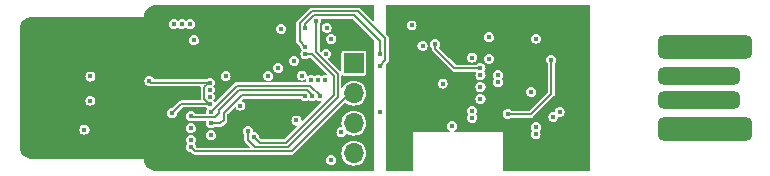
<source format=gbr>
%TF.GenerationSoftware,KiCad,Pcbnew,8.0.4*%
%TF.CreationDate,2024-09-10T22:43:07+02:00*%
%TF.ProjectId,elrs-sim,656c7273-2d73-4696-9d2e-6b696361645f,rev?*%
%TF.SameCoordinates,Original*%
%TF.FileFunction,Copper,L3,Inr*%
%TF.FilePolarity,Positive*%
%FSLAX46Y46*%
G04 Gerber Fmt 4.6, Leading zero omitted, Abs format (unit mm)*
G04 Created by KiCad (PCBNEW 8.0.4) date 2024-09-10 22:43:07*
%MOMM*%
%LPD*%
G01*
G04 APERTURE LIST*
G04 Aperture macros list*
%AMRoundRect*
0 Rectangle with rounded corners*
0 $1 Rounding radius*
0 $2 $3 $4 $5 $6 $7 $8 $9 X,Y pos of 4 corners*
0 Add a 4 corners polygon primitive as box body*
4,1,4,$2,$3,$4,$5,$6,$7,$8,$9,$2,$3,0*
0 Add four circle primitives for the rounded corners*
1,1,$1+$1,$2,$3*
1,1,$1+$1,$4,$5*
1,1,$1+$1,$6,$7*
1,1,$1+$1,$8,$9*
0 Add four rect primitives between the rounded corners*
20,1,$1+$1,$2,$3,$4,$5,0*
20,1,$1+$1,$4,$5,$6,$7,0*
20,1,$1+$1,$6,$7,$8,$9,0*
20,1,$1+$1,$8,$9,$2,$3,0*%
G04 Aperture macros list end*
%TA.AperFunction,ComponentPad*%
%ADD10R,1.700000X1.700000*%
%TD*%
%TA.AperFunction,ComponentPad*%
%ADD11O,1.700000X1.700000*%
%TD*%
%TA.AperFunction,ComponentPad*%
%ADD12RoundRect,0.500000X-3.500000X0.500000X-3.500000X-0.500000X3.500000X-0.500000X3.500000X0.500000X0*%
%TD*%
%TA.AperFunction,ComponentPad*%
%ADD13RoundRect,0.500000X-3.000000X0.250000X-3.000000X-0.250000X3.000000X-0.250000X3.000000X0.250000X0*%
%TD*%
%TA.AperFunction,ViaPad*%
%ADD14C,0.450000*%
%TD*%
%TA.AperFunction,Conductor*%
%ADD15C,0.200000*%
%TD*%
G04 APERTURE END LIST*
D10*
%TO.N,GND*%
%TO.C,J2*%
X139300000Y-106900000D03*
D11*
%TO.N,USB_VBUS*%
X139300000Y-109440000D03*
%TO.N,Net-(J2-Pin_3)*%
X139300000Y-111980000D03*
%TO.N,Net-(J2-Pin_4)*%
X139300000Y-114520000D03*
%TD*%
D12*
%TO.N,unconnected-(J3-Pin_1-Pad1)*%
%TO.C,J3*%
X169000000Y-105500000D03*
D13*
%TO.N,unconnected-(J3-Pin_2-Pad2)*%
X168500000Y-107950000D03*
%TO.N,unconnected-(J3-Pin_3-Pad3)*%
X168500000Y-110000000D03*
D12*
%TO.N,unconnected-(J3-Pin_4-Pad4)*%
X169000000Y-112450000D03*
%TD*%
D14*
%TO.N,GND*%
X146825000Y-108625000D03*
X129700000Y-110500000D03*
X150750000Y-104700000D03*
X134450000Y-111750000D03*
X154325000Y-109325000D03*
X147605000Y-112225000D03*
X134900000Y-107950000D03*
%TO.N,+3.3V*%
X127600000Y-115200000D03*
X134250000Y-104300000D03*
X132350000Y-110350000D03*
X130300000Y-115200000D03*
X128900000Y-105900000D03*
X140200000Y-105100000D03*
X136150000Y-114750000D03*
X130700000Y-104400000D03*
X127600000Y-105900000D03*
X123900000Y-111750000D03*
%TO.N,IRS*%
X156025000Y-106625000D03*
X152325000Y-111225000D03*
%TO.N,BUSY*%
X150725000Y-106525000D03*
X145125000Y-105425000D03*
%TO.N,NRST*%
X150025000Y-107925000D03*
X154725000Y-104825000D03*
%TO.N,ESP_SCK*%
X156200000Y-111450000D03*
X149325000Y-110925000D03*
%TO.N,ESP_MOSI*%
X154698938Y-112924436D03*
X150025000Y-108925000D03*
%TO.N,ESP_MISO*%
X154725000Y-112325000D03*
X150025000Y-109925000D03*
%TO.N,DIO_1*%
X149325000Y-106425000D03*
X151525000Y-108525000D03*
%TO.N,+3.3V_SW*%
X134250000Y-106700000D03*
X144800000Y-111900000D03*
X150200000Y-112100000D03*
X149525000Y-104025000D03*
X144325000Y-109125000D03*
X137000000Y-103900000D03*
X143300000Y-104900000D03*
X146300000Y-111800000D03*
X150625003Y-109925000D03*
X141500000Y-111050000D03*
%TO.N,NSS*%
X156725000Y-111025000D03*
X151525000Y-107925000D03*
%TO.N,ESP_LED*%
X144200000Y-103700000D03*
X149325000Y-111525000D03*
%TO.N,ESP_BOOT*%
X146200000Y-105300000D03*
X150025000Y-107325000D03*
%TO.N,USB_DN*%
X124750000Y-103600000D03*
X117000000Y-110075000D03*
%TO.N,USB_DP*%
X117000000Y-108025000D03*
X124050000Y-103600000D03*
%TO.N,USB_VBUS*%
X116500000Y-112525000D03*
X125500000Y-114000000D03*
%TO.N,RP2040_RX*%
X135200000Y-106125003D03*
X130850000Y-113150000D03*
%TO.N,RP2040_TX*%
X136100000Y-103325000D03*
X130350000Y-112650000D03*
%TO.N,Net-(U1-VREG_VOUT)*%
X127100000Y-110350003D03*
X127100000Y-108549997D03*
X123900000Y-111149997D03*
X132050000Y-107975000D03*
X122000000Y-108400000D03*
%TO.N,RP2040_LED*%
X128450000Y-108000000D03*
X133150000Y-104000000D03*
%TO.N,QSPI_SS*%
X125500000Y-113400000D03*
X136900247Y-108300000D03*
X132900000Y-107300000D03*
%TO.N,QSPI_SD2*%
X125500000Y-112400000D03*
X135700241Y-108300000D03*
%TO.N,QSPI_SD3*%
X127200000Y-111000000D03*
X136400003Y-109700000D03*
%TO.N,QSPI_SD1*%
X136300244Y-108300000D03*
X127200000Y-113000000D03*
%TO.N,QSPI_SD0*%
X135200000Y-109700000D03*
X127200000Y-112000000D03*
%TO.N,QSPI_SCLK*%
X135800000Y-109700000D03*
X125499381Y-111400341D03*
%TO.N,RP2040_RX_NO*%
X135200000Y-105525000D03*
X141500000Y-107100000D03*
%TO.N,RP2040_TX_NC*%
X137400000Y-115100000D03*
X137400000Y-104850000D03*
%TO.N,Net-(U1-USB_DP)*%
X125750000Y-104950000D03*
X127100000Y-109750000D03*
%TO.N,Net-(U1-USB_DM)*%
X125450000Y-103600000D03*
X127100000Y-109150000D03*
%TO.N,RP2040_TX_NO*%
X141500000Y-106150000D03*
X135200000Y-103900000D03*
%TO.N,RP2040_RX_NC*%
X136950000Y-106100000D03*
X138250000Y-112750000D03*
%TD*%
D15*
%TO.N,IRS*%
X156025000Y-109475000D02*
X156025000Y-106625000D01*
X152325000Y-111225000D02*
X154275000Y-111225000D01*
X154275000Y-111225000D02*
X156025000Y-109475000D01*
%TO.N,ESP_BOOT*%
X147825000Y-107325000D02*
X150025000Y-107325000D01*
X146200000Y-105700000D02*
X147825000Y-107325000D01*
X146200000Y-105300000D02*
X146200000Y-105700000D01*
%TO.N,USB_VBUS*%
X134028248Y-114350000D02*
X125850000Y-114350000D01*
X125850000Y-114350000D02*
X125500000Y-114000000D01*
X139300000Y-109440000D02*
X138938248Y-109440000D01*
X138938248Y-109440000D02*
X134028248Y-114350000D01*
%TO.N,RP2040_RX*%
X137600000Y-109571752D02*
X137600000Y-107950000D01*
X130850000Y-113150000D02*
X131350000Y-113650000D01*
X133521752Y-113650000D02*
X137600000Y-109571752D01*
X137600000Y-107950000D02*
X135775003Y-106125003D01*
X131350000Y-113650000D02*
X133521752Y-113650000D01*
X135775003Y-106125003D02*
X135200000Y-106125003D01*
%TO.N,RP2040_TX*%
X137950000Y-107800000D02*
X136100000Y-105950000D01*
X130350000Y-112650000D02*
X130325177Y-112674823D01*
X133700000Y-114000000D02*
X137950000Y-109750000D01*
X130325177Y-113374491D02*
X130950686Y-114000000D01*
X137950000Y-109750000D02*
X137950000Y-107800000D01*
X130950686Y-114000000D02*
X133700000Y-114000000D01*
X136100000Y-105950000D02*
X136100000Y-103325000D01*
X130325177Y-112674823D02*
X130325177Y-113374491D01*
%TO.N,Net-(U1-VREG_VOUT)*%
X127028251Y-108549997D02*
X127100000Y-108549997D01*
X122149997Y-108549997D02*
X122000000Y-108400000D01*
X126625000Y-108953248D02*
X127028251Y-108549997D01*
X127028251Y-110350003D02*
X126625000Y-109946752D01*
X127100000Y-110350003D02*
X124699994Y-110350003D01*
X126625000Y-109946752D02*
X126625000Y-108953248D01*
X127100000Y-110350003D02*
X127028251Y-110350003D01*
X127100000Y-108549997D02*
X122149997Y-108549997D01*
X124699994Y-110350003D02*
X123900000Y-111149997D01*
%TO.N,QSPI_SD3*%
X129400000Y-108800000D02*
X127200000Y-111000000D01*
X136400003Y-109700000D02*
X136400003Y-109628251D01*
X136400003Y-109628251D02*
X135571752Y-108800000D01*
X135571752Y-108800000D02*
X129400000Y-108800000D01*
%TO.N,QSPI_SD0*%
X135100000Y-109600000D02*
X129800000Y-109600000D01*
X135200000Y-109700000D02*
X135100000Y-109600000D01*
X128300000Y-111700000D02*
X128000000Y-112000000D01*
X128000000Y-112000000D02*
X127200000Y-112000000D01*
X128300000Y-111100000D02*
X128300000Y-111700000D01*
X129800000Y-109600000D02*
X128300000Y-111100000D01*
%TO.N,QSPI_SCLK*%
X135371752Y-109200000D02*
X129600000Y-109200000D01*
X129600000Y-109200000D02*
X127900000Y-110900000D01*
X127525000Y-111475000D02*
X125574040Y-111475000D01*
X135800000Y-109628248D02*
X135371752Y-109200000D01*
X125574040Y-111475000D02*
X125499381Y-111400341D01*
X127900000Y-110900000D02*
X127900000Y-111100000D01*
X127900000Y-111100000D02*
X127525000Y-111475000D01*
X135800000Y-109700000D02*
X135800000Y-109628248D01*
%TO.N,RP2040_RX_NO*%
X141500000Y-107100000D02*
X141975000Y-106625000D01*
X134725000Y-105050000D02*
X135200000Y-105525000D01*
X141975000Y-106625000D02*
X141975000Y-104803248D01*
X139671752Y-102500000D02*
X135758273Y-102500000D01*
X141975000Y-104803248D02*
X139671752Y-102500000D01*
X135758273Y-102500000D02*
X134725000Y-103533273D01*
X134725000Y-103533273D02*
X134725000Y-105050000D01*
%TO.N,RP2040_TX_NO*%
X135200000Y-103553248D02*
X135200000Y-103900000D01*
X141500000Y-105000000D02*
X139350000Y-102850000D01*
X141500000Y-106150000D02*
X141500000Y-105000000D01*
X139350000Y-102850000D02*
X135903248Y-102850000D01*
X135903248Y-102850000D02*
X135200000Y-103553248D01*
%TD*%
%TA.AperFunction,Conductor*%
%TO.N,+3.3V_SW*%
G36*
X159285648Y-102014352D02*
G01*
X159300000Y-102049000D01*
X159300000Y-115951000D01*
X159285648Y-115985648D01*
X159251000Y-116000000D01*
X151949000Y-116000000D01*
X151914352Y-115985648D01*
X151900000Y-115951000D01*
X151900000Y-112924436D01*
X154268134Y-112924436D01*
X154289219Y-113057562D01*
X154289219Y-113057563D01*
X154289220Y-113057564D01*
X154350405Y-113177649D01*
X154350410Y-113177656D01*
X154445717Y-113272963D01*
X154445724Y-113272968D01*
X154525780Y-113313758D01*
X154565812Y-113334155D01*
X154698938Y-113355240D01*
X154832064Y-113334155D01*
X154915358Y-113291714D01*
X154952151Y-113272968D01*
X154952153Y-113272966D01*
X154952158Y-113272964D01*
X155047466Y-113177656D01*
X155108657Y-113057562D01*
X155129742Y-112924436D01*
X155108657Y-112791310D01*
X155088260Y-112751278D01*
X155047470Y-112671222D01*
X155045202Y-112668101D01*
X155046482Y-112667170D01*
X155034295Y-112637749D01*
X155048647Y-112603101D01*
X155073528Y-112578220D01*
X155075920Y-112573527D01*
X155092278Y-112541420D01*
X155134719Y-112458126D01*
X155155804Y-112325000D01*
X155134719Y-112191874D01*
X155114322Y-112151842D01*
X155073532Y-112071786D01*
X155073527Y-112071779D01*
X154978220Y-111976472D01*
X154978213Y-111976467D01*
X154858128Y-111915282D01*
X154858127Y-111915281D01*
X154858126Y-111915281D01*
X154725000Y-111894196D01*
X154591874Y-111915281D01*
X154591872Y-111915281D01*
X154591871Y-111915282D01*
X154471786Y-111976467D01*
X154471779Y-111976472D01*
X154376472Y-112071779D01*
X154376467Y-112071786D01*
X154315282Y-112191871D01*
X154315281Y-112191872D01*
X154315281Y-112191874D01*
X154294196Y-112325000D01*
X154315281Y-112458126D01*
X154315281Y-112458127D01*
X154315282Y-112458128D01*
X154376467Y-112578213D01*
X154378736Y-112581335D01*
X154377455Y-112582265D01*
X154389643Y-112611687D01*
X154375291Y-112646335D01*
X154350410Y-112671215D01*
X154350405Y-112671222D01*
X154289220Y-112791307D01*
X154289219Y-112791308D01*
X154289219Y-112791310D01*
X154268134Y-112924436D01*
X151900000Y-112924436D01*
X151900000Y-112700000D01*
X147814105Y-112700000D01*
X147779457Y-112685648D01*
X147765105Y-112651000D01*
X147779457Y-112616352D01*
X147791860Y-112607341D01*
X147858213Y-112573532D01*
X147858215Y-112573530D01*
X147858220Y-112573528D01*
X147953528Y-112478220D01*
X147963766Y-112458128D01*
X147972278Y-112441420D01*
X148014719Y-112358126D01*
X148035804Y-112225000D01*
X148014719Y-112091874D01*
X147994322Y-112051842D01*
X147953532Y-111971786D01*
X147953527Y-111971779D01*
X147858220Y-111876472D01*
X147858213Y-111876467D01*
X147738128Y-111815282D01*
X147738127Y-111815281D01*
X147738126Y-111815281D01*
X147605000Y-111794196D01*
X147471874Y-111815281D01*
X147471872Y-111815281D01*
X147471871Y-111815282D01*
X147351786Y-111876467D01*
X147351779Y-111876472D01*
X147256472Y-111971779D01*
X147256467Y-111971786D01*
X147195282Y-112091871D01*
X147195281Y-112091872D01*
X147195281Y-112091874D01*
X147174196Y-112225000D01*
X147195281Y-112358126D01*
X147195281Y-112358127D01*
X147195282Y-112358128D01*
X147256467Y-112478213D01*
X147256472Y-112478220D01*
X147351779Y-112573527D01*
X147351786Y-112573532D01*
X147418140Y-112607341D01*
X147442497Y-112635858D01*
X147439554Y-112673245D01*
X147411037Y-112697602D01*
X147395895Y-112700000D01*
X144300000Y-112700000D01*
X144300000Y-115951000D01*
X144285648Y-115985648D01*
X144251000Y-116000000D01*
X142049000Y-116000000D01*
X142014352Y-115985648D01*
X142000000Y-115951000D01*
X142000000Y-110925000D01*
X148894196Y-110925000D01*
X148915281Y-111058126D01*
X148915281Y-111058127D01*
X148915282Y-111058128D01*
X148976467Y-111178213D01*
X148976472Y-111178220D01*
X148988604Y-111190352D01*
X149002956Y-111225000D01*
X148988604Y-111259648D01*
X148976472Y-111271779D01*
X148976467Y-111271786D01*
X148915282Y-111391871D01*
X148915281Y-111391872D01*
X148915281Y-111391874D01*
X148894196Y-111525000D01*
X148915281Y-111658126D01*
X148915281Y-111658127D01*
X148915282Y-111658128D01*
X148976467Y-111778213D01*
X148976472Y-111778220D01*
X149071779Y-111873527D01*
X149071786Y-111873532D01*
X149151842Y-111914322D01*
X149191874Y-111934719D01*
X149325000Y-111955804D01*
X149458126Y-111934719D01*
X149541420Y-111892278D01*
X149578213Y-111873532D01*
X149578215Y-111873530D01*
X149578220Y-111873528D01*
X149673528Y-111778220D01*
X149734719Y-111658126D01*
X149755804Y-111525000D01*
X149734719Y-111391874D01*
X149696503Y-111316871D01*
X149673532Y-111271786D01*
X149673527Y-111271779D01*
X149661396Y-111259648D01*
X149647044Y-111225000D01*
X151894196Y-111225000D01*
X151915281Y-111358126D01*
X151915281Y-111358127D01*
X151915282Y-111358128D01*
X151976467Y-111478213D01*
X151976472Y-111478220D01*
X152071779Y-111573527D01*
X152071786Y-111573532D01*
X152151842Y-111614322D01*
X152191874Y-111634719D01*
X152325000Y-111655804D01*
X152458126Y-111634719D01*
X152559383Y-111583126D01*
X152578213Y-111573532D01*
X152578215Y-111573530D01*
X152578220Y-111573528D01*
X152611896Y-111539852D01*
X152646544Y-111525500D01*
X154314564Y-111525500D01*
X154341230Y-111518354D01*
X154390989Y-111505021D01*
X154459511Y-111465460D01*
X154474971Y-111450000D01*
X155769196Y-111450000D01*
X155790281Y-111583126D01*
X155790281Y-111583127D01*
X155790282Y-111583128D01*
X155851467Y-111703213D01*
X155851472Y-111703220D01*
X155946779Y-111798527D01*
X155946786Y-111798532D01*
X156026842Y-111839322D01*
X156066874Y-111859719D01*
X156200000Y-111880804D01*
X156333126Y-111859719D01*
X156416420Y-111817278D01*
X156453213Y-111798532D01*
X156453215Y-111798530D01*
X156453220Y-111798528D01*
X156548528Y-111703220D01*
X156609719Y-111583126D01*
X156624547Y-111489501D01*
X156644141Y-111457527D01*
X156680605Y-111448772D01*
X156725000Y-111455804D01*
X156858126Y-111434719D01*
X156942220Y-111391871D01*
X156978213Y-111373532D01*
X156978215Y-111373530D01*
X156978220Y-111373528D01*
X157073528Y-111278220D01*
X157076807Y-111271786D01*
X157100645Y-111225000D01*
X157134719Y-111158126D01*
X157155804Y-111025000D01*
X157134719Y-110891874D01*
X157114322Y-110851842D01*
X157073532Y-110771786D01*
X157073527Y-110771779D01*
X156978220Y-110676472D01*
X156978213Y-110676467D01*
X156858128Y-110615282D01*
X156858127Y-110615281D01*
X156858126Y-110615281D01*
X156725000Y-110594196D01*
X156591874Y-110615281D01*
X156591872Y-110615281D01*
X156591871Y-110615282D01*
X156471786Y-110676467D01*
X156471779Y-110676472D01*
X156376472Y-110771779D01*
X156376467Y-110771786D01*
X156315282Y-110891870D01*
X156315281Y-110891872D01*
X156315281Y-110891874D01*
X156302625Y-110971779D01*
X156300453Y-110985495D01*
X156280857Y-111017471D01*
X156244392Y-111026226D01*
X156200000Y-111019196D01*
X156066874Y-111040281D01*
X156066872Y-111040281D01*
X156066871Y-111040282D01*
X155946786Y-111101467D01*
X155946779Y-111101472D01*
X155851472Y-111196779D01*
X155851467Y-111196786D01*
X155790282Y-111316871D01*
X155790281Y-111316872D01*
X155790281Y-111316874D01*
X155769196Y-111450000D01*
X154474971Y-111450000D01*
X154515460Y-111409511D01*
X156265460Y-109659511D01*
X156305022Y-109590988D01*
X156325499Y-109514565D01*
X156325500Y-109514565D01*
X156325500Y-106946544D01*
X156339852Y-106911896D01*
X156373528Y-106878220D01*
X156375920Y-106873527D01*
X156395694Y-106834717D01*
X156434719Y-106758126D01*
X156455804Y-106625000D01*
X156434719Y-106491874D01*
X156400645Y-106425000D01*
X156373532Y-106371786D01*
X156373527Y-106371779D01*
X156278220Y-106276472D01*
X156278213Y-106276467D01*
X156158128Y-106215282D01*
X156158127Y-106215281D01*
X156158126Y-106215281D01*
X156025000Y-106194196D01*
X155891874Y-106215281D01*
X155891872Y-106215281D01*
X155891871Y-106215282D01*
X155771786Y-106276467D01*
X155771779Y-106276472D01*
X155676472Y-106371779D01*
X155676467Y-106371786D01*
X155615282Y-106491871D01*
X155615281Y-106491872D01*
X155615281Y-106491874D01*
X155594196Y-106625000D01*
X155615281Y-106758126D01*
X155615281Y-106758127D01*
X155615282Y-106758128D01*
X155676467Y-106878213D01*
X155676472Y-106878220D01*
X155710148Y-106911896D01*
X155724500Y-106946544D01*
X155724500Y-109330233D01*
X155710148Y-109364881D01*
X154164881Y-110910148D01*
X154130233Y-110924500D01*
X152646544Y-110924500D01*
X152611896Y-110910148D01*
X152578220Y-110876472D01*
X152578213Y-110876467D01*
X152458128Y-110815282D01*
X152458127Y-110815281D01*
X152458126Y-110815281D01*
X152325000Y-110794196D01*
X152191874Y-110815281D01*
X152191872Y-110815281D01*
X152191871Y-110815282D01*
X152071786Y-110876467D01*
X152071779Y-110876472D01*
X151976472Y-110971779D01*
X151976467Y-110971786D01*
X151915282Y-111091871D01*
X151915281Y-111091872D01*
X151915281Y-111091874D01*
X151894196Y-111225000D01*
X149647044Y-111225000D01*
X149661396Y-111190352D01*
X149673528Y-111178220D01*
X149683766Y-111158128D01*
X149712633Y-111101472D01*
X149734719Y-111058126D01*
X149755804Y-110925000D01*
X149734719Y-110791874D01*
X149714322Y-110751842D01*
X149673532Y-110671786D01*
X149673527Y-110671779D01*
X149578220Y-110576472D01*
X149578213Y-110576467D01*
X149458128Y-110515282D01*
X149458127Y-110515281D01*
X149458126Y-110515281D01*
X149325000Y-110494196D01*
X149191874Y-110515281D01*
X149191872Y-110515281D01*
X149191871Y-110515282D01*
X149071786Y-110576467D01*
X149071779Y-110576472D01*
X148976472Y-110671779D01*
X148976467Y-110671786D01*
X148915282Y-110791871D01*
X148915281Y-110791872D01*
X148915281Y-110791874D01*
X148894196Y-110925000D01*
X142000000Y-110925000D01*
X142000000Y-109925000D01*
X149594196Y-109925000D01*
X149615281Y-110058126D01*
X149615281Y-110058127D01*
X149615282Y-110058128D01*
X149676467Y-110178213D01*
X149676472Y-110178220D01*
X149771779Y-110273527D01*
X149771786Y-110273532D01*
X149851842Y-110314322D01*
X149891874Y-110334719D01*
X150025000Y-110355804D01*
X150158126Y-110334719D01*
X150241420Y-110292278D01*
X150278213Y-110273532D01*
X150278215Y-110273530D01*
X150278220Y-110273528D01*
X150373528Y-110178220D01*
X150434719Y-110058126D01*
X150455804Y-109925000D01*
X150434719Y-109791874D01*
X150405596Y-109734717D01*
X150373532Y-109671786D01*
X150373526Y-109671778D01*
X150278220Y-109576472D01*
X150278213Y-109576467D01*
X150158128Y-109515282D01*
X150158127Y-109515281D01*
X150158126Y-109515281D01*
X150025000Y-109494196D01*
X149891874Y-109515281D01*
X149891872Y-109515281D01*
X149891871Y-109515282D01*
X149771786Y-109576467D01*
X149771779Y-109576472D01*
X149676474Y-109671778D01*
X149676467Y-109671786D01*
X149615282Y-109791871D01*
X149615281Y-109791872D01*
X149615281Y-109791874D01*
X149594196Y-109925000D01*
X142000000Y-109925000D01*
X142000000Y-108625000D01*
X146394196Y-108625000D01*
X146415281Y-108758126D01*
X146415281Y-108758127D01*
X146415282Y-108758128D01*
X146476467Y-108878213D01*
X146476472Y-108878220D01*
X146571779Y-108973527D01*
X146571786Y-108973532D01*
X146651842Y-109014322D01*
X146691874Y-109034719D01*
X146825000Y-109055804D01*
X146958126Y-109034719D01*
X147041420Y-108992278D01*
X147078213Y-108973532D01*
X147078215Y-108973530D01*
X147078220Y-108973528D01*
X147126748Y-108925000D01*
X149594196Y-108925000D01*
X149615281Y-109058126D01*
X149615281Y-109058127D01*
X149615282Y-109058128D01*
X149676467Y-109178213D01*
X149676472Y-109178220D01*
X149771779Y-109273527D01*
X149771786Y-109273532D01*
X149851842Y-109314322D01*
X149891874Y-109334719D01*
X150025000Y-109355804D01*
X150158126Y-109334719D01*
X150177200Y-109325000D01*
X153894196Y-109325000D01*
X153915281Y-109458126D01*
X153915281Y-109458127D01*
X153915282Y-109458128D01*
X153976467Y-109578213D01*
X153976472Y-109578220D01*
X154071779Y-109673527D01*
X154071786Y-109673532D01*
X154151842Y-109714322D01*
X154191874Y-109734719D01*
X154325000Y-109755804D01*
X154458126Y-109734719D01*
X154541420Y-109692278D01*
X154578213Y-109673532D01*
X154578215Y-109673530D01*
X154578220Y-109673528D01*
X154673528Y-109578220D01*
X154674422Y-109576467D01*
X154692278Y-109541420D01*
X154734719Y-109458126D01*
X154755804Y-109325000D01*
X154734719Y-109191874D01*
X154714322Y-109151842D01*
X154673532Y-109071786D01*
X154673527Y-109071779D01*
X154578220Y-108976472D01*
X154578213Y-108976467D01*
X154458128Y-108915282D01*
X154458127Y-108915281D01*
X154458126Y-108915281D01*
X154325000Y-108894196D01*
X154191874Y-108915281D01*
X154191872Y-108915281D01*
X154191871Y-108915282D01*
X154071786Y-108976467D01*
X154071779Y-108976472D01*
X153976472Y-109071779D01*
X153976467Y-109071786D01*
X153915282Y-109191871D01*
X153915281Y-109191872D01*
X153915281Y-109191874D01*
X153894196Y-109325000D01*
X150177200Y-109325000D01*
X150241420Y-109292278D01*
X150278213Y-109273532D01*
X150278215Y-109273530D01*
X150278220Y-109273528D01*
X150373528Y-109178220D01*
X150434719Y-109058126D01*
X150455804Y-108925000D01*
X150434719Y-108791874D01*
X150414322Y-108751842D01*
X150373532Y-108671786D01*
X150373527Y-108671779D01*
X150278220Y-108576472D01*
X150278213Y-108576467D01*
X150158128Y-108515282D01*
X150158127Y-108515281D01*
X150158126Y-108515281D01*
X150025000Y-108494196D01*
X149891874Y-108515281D01*
X149891872Y-108515281D01*
X149891871Y-108515282D01*
X149771786Y-108576467D01*
X149771779Y-108576472D01*
X149676472Y-108671779D01*
X149676467Y-108671786D01*
X149615282Y-108791871D01*
X149615281Y-108791872D01*
X149615281Y-108791874D01*
X149594196Y-108925000D01*
X147126748Y-108925000D01*
X147173528Y-108878220D01*
X147175920Y-108873527D01*
X147192278Y-108841420D01*
X147234719Y-108758126D01*
X147255804Y-108625000D01*
X147234719Y-108491874D01*
X147214322Y-108451842D01*
X147173532Y-108371786D01*
X147173527Y-108371779D01*
X147078220Y-108276472D01*
X147078213Y-108276467D01*
X146958128Y-108215282D01*
X146958127Y-108215281D01*
X146958126Y-108215281D01*
X146825000Y-108194196D01*
X146691874Y-108215281D01*
X146691872Y-108215281D01*
X146691871Y-108215282D01*
X146571786Y-108276467D01*
X146571779Y-108276472D01*
X146476472Y-108371779D01*
X146476467Y-108371786D01*
X146415282Y-108491871D01*
X146415281Y-108491872D01*
X146415281Y-108491874D01*
X146394196Y-108625000D01*
X142000000Y-108625000D01*
X142000000Y-107045267D01*
X142014352Y-107010619D01*
X142215459Y-106809512D01*
X142215460Y-106809511D01*
X142255021Y-106740989D01*
X142275500Y-106664562D01*
X142275500Y-105425000D01*
X144694196Y-105425000D01*
X144715281Y-105558126D01*
X144715281Y-105558127D01*
X144715282Y-105558128D01*
X144776467Y-105678213D01*
X144776472Y-105678220D01*
X144871779Y-105773527D01*
X144871786Y-105773532D01*
X144951842Y-105814322D01*
X144991874Y-105834719D01*
X145125000Y-105855804D01*
X145258126Y-105834719D01*
X145341420Y-105792278D01*
X145378213Y-105773532D01*
X145378215Y-105773530D01*
X145378220Y-105773528D01*
X145473528Y-105678220D01*
X145534719Y-105558126D01*
X145555804Y-105425000D01*
X145536006Y-105300000D01*
X145769196Y-105300000D01*
X145790281Y-105433126D01*
X145790281Y-105433127D01*
X145790282Y-105433128D01*
X145851467Y-105553213D01*
X145851472Y-105553220D01*
X145885148Y-105586896D01*
X145899500Y-105621544D01*
X145899500Y-105739562D01*
X145919979Y-105815989D01*
X145930793Y-105834719D01*
X145930794Y-105834720D01*
X145959537Y-105884507D01*
X145959539Y-105884509D01*
X145959540Y-105884511D01*
X147584540Y-107509511D01*
X147640489Y-107565460D01*
X147709011Y-107605021D01*
X147744478Y-107614524D01*
X147785436Y-107625500D01*
X147785438Y-107625500D01*
X147864562Y-107625500D01*
X149620092Y-107625500D01*
X149654740Y-107639852D01*
X149669092Y-107674500D01*
X149663751Y-107696745D01*
X149615282Y-107791871D01*
X149615281Y-107791872D01*
X149615281Y-107791874D01*
X149594196Y-107925000D01*
X149615281Y-108058126D01*
X149615281Y-108058127D01*
X149615282Y-108058128D01*
X149676467Y-108178213D01*
X149676472Y-108178220D01*
X149771779Y-108273527D01*
X149771786Y-108273532D01*
X149851842Y-108314322D01*
X149891874Y-108334719D01*
X150025000Y-108355804D01*
X150158126Y-108334719D01*
X150241420Y-108292278D01*
X150278213Y-108273532D01*
X150278215Y-108273530D01*
X150278220Y-108273528D01*
X150373528Y-108178220D01*
X150434719Y-108058126D01*
X150455804Y-107925000D01*
X151094196Y-107925000D01*
X151115281Y-108058126D01*
X151115281Y-108058127D01*
X151115282Y-108058128D01*
X151176467Y-108178213D01*
X151176472Y-108178220D01*
X151188604Y-108190352D01*
X151202956Y-108225000D01*
X151188604Y-108259648D01*
X151176474Y-108271778D01*
X151176467Y-108271786D01*
X151115282Y-108391871D01*
X151115281Y-108391872D01*
X151115281Y-108391874D01*
X151094196Y-108525000D01*
X151115281Y-108658126D01*
X151115281Y-108658127D01*
X151115282Y-108658128D01*
X151176467Y-108778213D01*
X151176472Y-108778220D01*
X151271779Y-108873527D01*
X151271786Y-108873532D01*
X151351842Y-108914322D01*
X151391874Y-108934719D01*
X151525000Y-108955804D01*
X151658126Y-108934719D01*
X151741420Y-108892278D01*
X151778213Y-108873532D01*
X151778215Y-108873530D01*
X151778220Y-108873528D01*
X151873528Y-108778220D01*
X151883766Y-108758128D01*
X151892278Y-108741420D01*
X151934719Y-108658126D01*
X151955804Y-108525000D01*
X151934719Y-108391874D01*
X151905596Y-108334717D01*
X151873532Y-108271786D01*
X151873526Y-108271778D01*
X151861396Y-108259648D01*
X151847044Y-108225000D01*
X151861396Y-108190352D01*
X151873528Y-108178220D01*
X151934719Y-108058126D01*
X151955804Y-107925000D01*
X151934719Y-107791874D01*
X151914322Y-107751842D01*
X151873532Y-107671786D01*
X151873527Y-107671779D01*
X151778220Y-107576472D01*
X151778213Y-107576467D01*
X151658128Y-107515282D01*
X151658127Y-107515281D01*
X151658126Y-107515281D01*
X151525000Y-107494196D01*
X151391874Y-107515281D01*
X151391872Y-107515281D01*
X151391871Y-107515282D01*
X151271786Y-107576467D01*
X151271779Y-107576472D01*
X151176472Y-107671779D01*
X151176467Y-107671786D01*
X151115282Y-107791871D01*
X151115281Y-107791872D01*
X151115281Y-107791874D01*
X151094196Y-107925000D01*
X150455804Y-107925000D01*
X150434719Y-107791874D01*
X150414322Y-107751842D01*
X150373532Y-107671786D01*
X150373527Y-107671779D01*
X150361396Y-107659648D01*
X150347044Y-107625000D01*
X150361396Y-107590352D01*
X150373528Y-107578220D01*
X150374422Y-107576467D01*
X150392278Y-107541420D01*
X150434719Y-107458126D01*
X150455804Y-107325000D01*
X150434719Y-107191874D01*
X150408065Y-107139562D01*
X150373532Y-107071786D01*
X150373527Y-107071779D01*
X150278220Y-106976472D01*
X150278213Y-106976467D01*
X150158128Y-106915282D01*
X150158127Y-106915281D01*
X150158126Y-106915281D01*
X150025000Y-106894196D01*
X149891874Y-106915281D01*
X149891872Y-106915281D01*
X149891871Y-106915282D01*
X149771786Y-106976467D01*
X149771779Y-106976472D01*
X149738104Y-107010148D01*
X149703456Y-107024500D01*
X147969767Y-107024500D01*
X147935119Y-107010148D01*
X147349971Y-106425000D01*
X148894196Y-106425000D01*
X148915281Y-106558126D01*
X148915281Y-106558127D01*
X148915282Y-106558128D01*
X148976467Y-106678213D01*
X148976472Y-106678220D01*
X149071779Y-106773527D01*
X149071786Y-106773532D01*
X149151842Y-106814322D01*
X149191874Y-106834719D01*
X149325000Y-106855804D01*
X149458126Y-106834719D01*
X149541420Y-106792278D01*
X149578213Y-106773532D01*
X149578215Y-106773530D01*
X149578220Y-106773528D01*
X149673528Y-106678220D01*
X149683766Y-106658128D01*
X149700645Y-106625000D01*
X149734719Y-106558126D01*
X149739966Y-106525000D01*
X150294196Y-106525000D01*
X150315281Y-106658126D01*
X150315281Y-106658127D01*
X150315282Y-106658128D01*
X150376467Y-106778213D01*
X150376472Y-106778220D01*
X150471779Y-106873527D01*
X150471786Y-106873532D01*
X150547081Y-106911896D01*
X150591874Y-106934719D01*
X150725000Y-106955804D01*
X150858126Y-106934719D01*
X150941420Y-106892278D01*
X150978213Y-106873532D01*
X150978215Y-106873530D01*
X150978220Y-106873528D01*
X151073528Y-106778220D01*
X151075920Y-106773527D01*
X151092498Y-106740989D01*
X151134719Y-106658126D01*
X151155804Y-106525000D01*
X151134719Y-106391874D01*
X151114322Y-106351842D01*
X151073532Y-106271786D01*
X151073527Y-106271779D01*
X150978220Y-106176472D01*
X150978213Y-106176467D01*
X150858128Y-106115282D01*
X150858127Y-106115281D01*
X150858126Y-106115281D01*
X150725000Y-106094196D01*
X150591874Y-106115281D01*
X150591872Y-106115281D01*
X150591871Y-106115282D01*
X150471786Y-106176467D01*
X150471779Y-106176472D01*
X150376472Y-106271779D01*
X150376467Y-106271786D01*
X150315282Y-106391871D01*
X150315281Y-106391872D01*
X150315281Y-106391874D01*
X150294196Y-106525000D01*
X149739966Y-106525000D01*
X149755804Y-106425000D01*
X149734719Y-106291874D01*
X149714322Y-106251842D01*
X149673532Y-106171786D01*
X149673527Y-106171779D01*
X149578220Y-106076472D01*
X149578213Y-106076467D01*
X149458128Y-106015282D01*
X149458127Y-106015281D01*
X149458126Y-106015281D01*
X149325000Y-105994196D01*
X149191874Y-106015281D01*
X149191872Y-106015281D01*
X149191871Y-106015282D01*
X149071786Y-106076467D01*
X149071779Y-106076472D01*
X148976472Y-106171779D01*
X148976467Y-106171786D01*
X148915282Y-106291871D01*
X148915281Y-106291872D01*
X148915281Y-106291874D01*
X148894196Y-106425000D01*
X147349971Y-106425000D01*
X146548007Y-105623036D01*
X146533655Y-105588388D01*
X146546773Y-105556717D01*
X146546259Y-105556343D01*
X146547817Y-105554197D01*
X146548006Y-105553741D01*
X146548528Y-105553220D01*
X146609719Y-105433126D01*
X146630804Y-105300000D01*
X146609719Y-105166874D01*
X146580596Y-105109717D01*
X146548532Y-105046786D01*
X146548526Y-105046778D01*
X146453220Y-104951472D01*
X146453213Y-104951467D01*
X146333128Y-104890282D01*
X146333127Y-104890281D01*
X146333126Y-104890281D01*
X146200000Y-104869196D01*
X146066874Y-104890281D01*
X146066872Y-104890281D01*
X146066871Y-104890282D01*
X145946786Y-104951467D01*
X145946779Y-104951472D01*
X145851474Y-105046778D01*
X145851467Y-105046786D01*
X145790282Y-105166871D01*
X145790281Y-105166872D01*
X145790281Y-105166874D01*
X145769196Y-105300000D01*
X145536006Y-105300000D01*
X145534719Y-105291874D01*
X145505596Y-105234717D01*
X145473532Y-105171786D01*
X145473526Y-105171778D01*
X145378220Y-105076472D01*
X145378213Y-105076467D01*
X145258128Y-105015282D01*
X145258127Y-105015281D01*
X145258126Y-105015281D01*
X145125000Y-104994196D01*
X144991874Y-105015281D01*
X144991872Y-105015281D01*
X144991871Y-105015282D01*
X144871786Y-105076467D01*
X144871779Y-105076472D01*
X144776474Y-105171778D01*
X144776467Y-105171786D01*
X144715282Y-105291871D01*
X144715281Y-105291872D01*
X144715281Y-105291874D01*
X144694196Y-105425000D01*
X142275500Y-105425000D01*
X142275500Y-104763686D01*
X142275500Y-104763683D01*
X142275499Y-104763682D01*
X142271172Y-104747534D01*
X142258436Y-104700000D01*
X150319196Y-104700000D01*
X150340281Y-104833126D01*
X150340281Y-104833127D01*
X150340282Y-104833128D01*
X150401467Y-104953213D01*
X150401472Y-104953220D01*
X150496779Y-105048527D01*
X150496786Y-105048532D01*
X150576842Y-105089322D01*
X150616874Y-105109719D01*
X150750000Y-105130804D01*
X150883126Y-105109719D01*
X150966420Y-105067278D01*
X151003213Y-105048532D01*
X151003215Y-105048530D01*
X151003220Y-105048528D01*
X151098528Y-104953220D01*
X151099422Y-104951467D01*
X151117278Y-104916420D01*
X151159719Y-104833126D01*
X151161006Y-104825000D01*
X154294196Y-104825000D01*
X154315281Y-104958126D01*
X154315281Y-104958127D01*
X154315282Y-104958128D01*
X154376467Y-105078213D01*
X154376472Y-105078220D01*
X154471779Y-105173527D01*
X154471786Y-105173532D01*
X154551842Y-105214322D01*
X154591874Y-105234719D01*
X154725000Y-105255804D01*
X154858126Y-105234719D01*
X154941420Y-105192278D01*
X154978213Y-105173532D01*
X154978215Y-105173530D01*
X154978220Y-105173528D01*
X155073528Y-105078220D01*
X155074422Y-105076467D01*
X155092278Y-105041420D01*
X155134719Y-104958126D01*
X155155804Y-104825000D01*
X155134719Y-104691874D01*
X155097454Y-104618737D01*
X155073532Y-104571786D01*
X155073527Y-104571779D01*
X154978220Y-104476472D01*
X154978213Y-104476467D01*
X154858128Y-104415282D01*
X154858127Y-104415281D01*
X154858126Y-104415281D01*
X154725000Y-104394196D01*
X154591874Y-104415281D01*
X154591872Y-104415281D01*
X154591871Y-104415282D01*
X154471786Y-104476467D01*
X154471779Y-104476472D01*
X154376472Y-104571779D01*
X154376467Y-104571786D01*
X154315282Y-104691871D01*
X154315281Y-104691872D01*
X154315281Y-104691874D01*
X154294196Y-104825000D01*
X151161006Y-104825000D01*
X151180804Y-104700000D01*
X151159719Y-104566874D01*
X151113657Y-104476472D01*
X151098532Y-104446786D01*
X151098527Y-104446779D01*
X151003220Y-104351472D01*
X151003213Y-104351467D01*
X150883128Y-104290282D01*
X150883127Y-104290281D01*
X150883126Y-104290281D01*
X150750000Y-104269196D01*
X150616874Y-104290281D01*
X150616872Y-104290281D01*
X150616871Y-104290282D01*
X150496786Y-104351467D01*
X150496779Y-104351472D01*
X150401472Y-104446779D01*
X150401467Y-104446786D01*
X150340282Y-104566871D01*
X150340281Y-104566872D01*
X150340281Y-104566874D01*
X150319196Y-104700000D01*
X142258436Y-104700000D01*
X142255022Y-104687260D01*
X142215460Y-104618737D01*
X142014352Y-104417629D01*
X142000000Y-104382981D01*
X142000000Y-103700000D01*
X143769196Y-103700000D01*
X143790281Y-103833126D01*
X143790281Y-103833127D01*
X143790282Y-103833128D01*
X143851467Y-103953213D01*
X143851472Y-103953220D01*
X143946779Y-104048527D01*
X143946786Y-104048532D01*
X144026842Y-104089322D01*
X144066874Y-104109719D01*
X144200000Y-104130804D01*
X144333126Y-104109719D01*
X144416420Y-104067278D01*
X144453213Y-104048532D01*
X144453215Y-104048530D01*
X144453220Y-104048528D01*
X144548528Y-103953220D01*
X144609719Y-103833126D01*
X144630804Y-103700000D01*
X144609719Y-103566874D01*
X144589322Y-103526842D01*
X144548532Y-103446786D01*
X144548527Y-103446779D01*
X144453220Y-103351472D01*
X144453213Y-103351467D01*
X144333128Y-103290282D01*
X144333127Y-103290281D01*
X144333126Y-103290281D01*
X144200000Y-103269196D01*
X144066874Y-103290281D01*
X144066872Y-103290281D01*
X144066871Y-103290282D01*
X143946786Y-103351467D01*
X143946779Y-103351472D01*
X143851472Y-103446779D01*
X143851467Y-103446786D01*
X143790282Y-103566871D01*
X143790281Y-103566872D01*
X143790281Y-103566874D01*
X143769196Y-103700000D01*
X142000000Y-103700000D01*
X142000000Y-102049000D01*
X142014352Y-102014352D01*
X142049000Y-102000000D01*
X159251000Y-102000000D01*
X159285648Y-102014352D01*
G37*
%TD.AperFunction*%
%TD*%
%TA.AperFunction,Conductor*%
%TO.N,+3.3V*%
G36*
X140985648Y-102014352D02*
G01*
X141000000Y-102049000D01*
X141000000Y-103284981D01*
X140985648Y-103319629D01*
X140951000Y-103333981D01*
X140916352Y-103319629D01*
X139856263Y-102259540D01*
X139787742Y-102219979D01*
X139711316Y-102199500D01*
X139711314Y-102199500D01*
X135797835Y-102199500D01*
X135718711Y-102199500D01*
X135718708Y-102199500D01*
X135642286Y-102219977D01*
X135642283Y-102219978D01*
X135573761Y-102259540D01*
X135573761Y-102259541D01*
X134484541Y-103348761D01*
X134484540Y-103348761D01*
X134444979Y-103417281D01*
X134444979Y-103417283D01*
X134424500Y-103493709D01*
X134424500Y-105089563D01*
X134444979Y-105165989D01*
X134444979Y-105165991D01*
X134484540Y-105234511D01*
X134756839Y-105506810D01*
X134770588Y-105533792D01*
X134780296Y-105595083D01*
X134790281Y-105658126D01*
X134790281Y-105658127D01*
X134790282Y-105658129D01*
X134851467Y-105778213D01*
X134851472Y-105778220D01*
X134863605Y-105790353D01*
X134877957Y-105825001D01*
X134863606Y-105859648D01*
X134851474Y-105871780D01*
X134851468Y-105871788D01*
X134790282Y-105991874D01*
X134790281Y-105991875D01*
X134790281Y-105991877D01*
X134769196Y-106125003D01*
X134790281Y-106258129D01*
X134790281Y-106258130D01*
X134790282Y-106258131D01*
X134851467Y-106378216D01*
X134851472Y-106378223D01*
X134946779Y-106473530D01*
X134946786Y-106473535D01*
X135026842Y-106514325D01*
X135066874Y-106534722D01*
X135200000Y-106555807D01*
X135333126Y-106534722D01*
X135416420Y-106492281D01*
X135453213Y-106473535D01*
X135453215Y-106473533D01*
X135453220Y-106473531D01*
X135486896Y-106439855D01*
X135521544Y-106425503D01*
X135630236Y-106425503D01*
X135664884Y-106439855D01*
X137024094Y-107799065D01*
X137038446Y-107833713D01*
X137024094Y-107868361D01*
X136989446Y-107882713D01*
X136981785Y-107882110D01*
X136900247Y-107869196D01*
X136767121Y-107890281D01*
X136767119Y-107890281D01*
X136767118Y-107890282D01*
X136647032Y-107951468D01*
X136647024Y-107951474D01*
X136634892Y-107963606D01*
X136600243Y-107977957D01*
X136565597Y-107963605D01*
X136553464Y-107951472D01*
X136553457Y-107951467D01*
X136433372Y-107890282D01*
X136433371Y-107890281D01*
X136433370Y-107890281D01*
X136300244Y-107869196D01*
X136167118Y-107890281D01*
X136167116Y-107890281D01*
X136167115Y-107890282D01*
X136047029Y-107951468D01*
X136047021Y-107951474D01*
X136034889Y-107963606D01*
X136000240Y-107977957D01*
X135965594Y-107963605D01*
X135953461Y-107951472D01*
X135953454Y-107951467D01*
X135833369Y-107890282D01*
X135833368Y-107890281D01*
X135833367Y-107890281D01*
X135700241Y-107869196D01*
X135567115Y-107890281D01*
X135567113Y-107890281D01*
X135567112Y-107890282D01*
X135447027Y-107951467D01*
X135447020Y-107951472D01*
X135414452Y-107984041D01*
X135379804Y-107998393D01*
X135345156Y-107984041D01*
X135332557Y-107953626D01*
X135331407Y-107953809D01*
X135330726Y-107949509D01*
X135309719Y-107816874D01*
X135288268Y-107774775D01*
X135248532Y-107696786D01*
X135248527Y-107696779D01*
X135153220Y-107601472D01*
X135153213Y-107601467D01*
X135033128Y-107540282D01*
X135033127Y-107540281D01*
X135033126Y-107540281D01*
X134900000Y-107519196D01*
X134766874Y-107540281D01*
X134766872Y-107540281D01*
X134766871Y-107540282D01*
X134646786Y-107601467D01*
X134646779Y-107601472D01*
X134551472Y-107696779D01*
X134551467Y-107696786D01*
X134490282Y-107816871D01*
X134490281Y-107816872D01*
X134490281Y-107816874D01*
X134469196Y-107950000D01*
X134490281Y-108083126D01*
X134490281Y-108083127D01*
X134490282Y-108083128D01*
X134551467Y-108203213D01*
X134551472Y-108203220D01*
X134646779Y-108298527D01*
X134646786Y-108298532D01*
X134726842Y-108339322D01*
X134766874Y-108359719D01*
X134900000Y-108380804D01*
X135033126Y-108359719D01*
X135116420Y-108317278D01*
X135153213Y-108298532D01*
X135153215Y-108298530D01*
X135153220Y-108298528D01*
X135185789Y-108265959D01*
X135220437Y-108251607D01*
X135255085Y-108265959D01*
X135267683Y-108296373D01*
X135268834Y-108296191D01*
X135269437Y-108299999D01*
X135269437Y-108300000D01*
X135290154Y-108430803D01*
X135290522Y-108433125D01*
X135291248Y-108435358D01*
X135291124Y-108436926D01*
X135291126Y-108436935D01*
X135291123Y-108436935D01*
X135288305Y-108472746D01*
X135259788Y-108497102D01*
X135244646Y-108499500D01*
X132081030Y-108499500D01*
X132049930Y-108486617D01*
X132047771Y-108490142D01*
X132018970Y-108499500D01*
X129360436Y-108499500D01*
X129284012Y-108519978D01*
X129274388Y-108525534D01*
X129261240Y-108533126D01*
X129261237Y-108533128D01*
X129215492Y-108559537D01*
X129215486Y-108559542D01*
X127573755Y-110201272D01*
X127539107Y-110215624D01*
X127504459Y-110201272D01*
X127495451Y-110188874D01*
X127448528Y-110096783D01*
X127436394Y-110084649D01*
X127422042Y-110050001D01*
X127436393Y-110015354D01*
X127448528Y-110003220D01*
X127509719Y-109883126D01*
X127530804Y-109750000D01*
X127509719Y-109616874D01*
X127484241Y-109566871D01*
X127448532Y-109496786D01*
X127448527Y-109496779D01*
X127436396Y-109484648D01*
X127422044Y-109450000D01*
X127436396Y-109415352D01*
X127448528Y-109403220D01*
X127461257Y-109378239D01*
X127474897Y-109351467D01*
X127509719Y-109283126D01*
X127530804Y-109150000D01*
X127509719Y-109016874D01*
X127489322Y-108976842D01*
X127448532Y-108896786D01*
X127448527Y-108896779D01*
X127436394Y-108884646D01*
X127422042Y-108849998D01*
X127436393Y-108815351D01*
X127448528Y-108803217D01*
X127509719Y-108683123D01*
X127530804Y-108549997D01*
X127509719Y-108416871D01*
X127474899Y-108348532D01*
X127448532Y-108296783D01*
X127448527Y-108296776D01*
X127353220Y-108201469D01*
X127353213Y-108201464D01*
X127233128Y-108140279D01*
X127233127Y-108140278D01*
X127233126Y-108140278D01*
X127100000Y-108119193D01*
X126966874Y-108140278D01*
X126966872Y-108140278D01*
X126966871Y-108140279D01*
X126846786Y-108201464D01*
X126846779Y-108201469D01*
X126813104Y-108235145D01*
X126778456Y-108249497D01*
X122430892Y-108249497D01*
X122396244Y-108235145D01*
X122387234Y-108222744D01*
X122348528Y-108146780D01*
X122253220Y-108051472D01*
X122253213Y-108051467D01*
X122152201Y-108000000D01*
X128019196Y-108000000D01*
X128040281Y-108133126D01*
X128040281Y-108133127D01*
X128040282Y-108133128D01*
X128101467Y-108253213D01*
X128101472Y-108253220D01*
X128196779Y-108348527D01*
X128196786Y-108348532D01*
X128260123Y-108380803D01*
X128316874Y-108409719D01*
X128450000Y-108430804D01*
X128583126Y-108409719D01*
X128666420Y-108367278D01*
X128703213Y-108348532D01*
X128703215Y-108348530D01*
X128703220Y-108348528D01*
X128798528Y-108253220D01*
X128859719Y-108133126D01*
X128880804Y-108000000D01*
X128876844Y-107975000D01*
X131619196Y-107975000D01*
X131640281Y-108108126D01*
X131640281Y-108108127D01*
X131640282Y-108108128D01*
X131701467Y-108228213D01*
X131701472Y-108228220D01*
X131796779Y-108323527D01*
X131796786Y-108323532D01*
X131867805Y-108359717D01*
X131916874Y-108384719D01*
X132026635Y-108402103D01*
X132047850Y-108415103D01*
X132073363Y-108402103D01*
X132183126Y-108384719D01*
X132266420Y-108342278D01*
X132303213Y-108323532D01*
X132303215Y-108323530D01*
X132303220Y-108323528D01*
X132398528Y-108228220D01*
X132401320Y-108222742D01*
X132429785Y-108166874D01*
X132459719Y-108108126D01*
X132480804Y-107975000D01*
X132459719Y-107841874D01*
X132437907Y-107799065D01*
X132398532Y-107721786D01*
X132398527Y-107721779D01*
X132303220Y-107626472D01*
X132303213Y-107626467D01*
X132183128Y-107565282D01*
X132183127Y-107565281D01*
X132183126Y-107565281D01*
X132050000Y-107544196D01*
X131916874Y-107565281D01*
X131916872Y-107565281D01*
X131916871Y-107565282D01*
X131796786Y-107626467D01*
X131796779Y-107626472D01*
X131701472Y-107721779D01*
X131701467Y-107721786D01*
X131640282Y-107841871D01*
X131640281Y-107841872D01*
X131640281Y-107841874D01*
X131619196Y-107975000D01*
X128876844Y-107975000D01*
X128859719Y-107866874D01*
X128825169Y-107799065D01*
X128798532Y-107746786D01*
X128798527Y-107746779D01*
X128703220Y-107651472D01*
X128703213Y-107651467D01*
X128583128Y-107590282D01*
X128583127Y-107590281D01*
X128583126Y-107590281D01*
X128450000Y-107569196D01*
X128316874Y-107590281D01*
X128316872Y-107590281D01*
X128316871Y-107590282D01*
X128196786Y-107651467D01*
X128196779Y-107651472D01*
X128101472Y-107746779D01*
X128101467Y-107746786D01*
X128040282Y-107866871D01*
X128040281Y-107866872D01*
X128040281Y-107866874D01*
X128019196Y-108000000D01*
X122152201Y-108000000D01*
X122133128Y-107990282D01*
X122133127Y-107990281D01*
X122133126Y-107990281D01*
X122000000Y-107969196D01*
X121866874Y-107990281D01*
X121866872Y-107990281D01*
X121866871Y-107990282D01*
X121746786Y-108051467D01*
X121746779Y-108051472D01*
X121651472Y-108146779D01*
X121651467Y-108146786D01*
X121590282Y-108266871D01*
X121590281Y-108266872D01*
X121590281Y-108266874D01*
X121569196Y-108400000D01*
X121590281Y-108533126D01*
X121590281Y-108533127D01*
X121590282Y-108533128D01*
X121651467Y-108653213D01*
X121651472Y-108653220D01*
X121746779Y-108748527D01*
X121746786Y-108748532D01*
X121826842Y-108789322D01*
X121866874Y-108809719D01*
X122000000Y-108830804D01*
X122012929Y-108828756D01*
X122033276Y-108829823D01*
X122110431Y-108850496D01*
X122110432Y-108850497D01*
X122110435Y-108850497D01*
X126277573Y-108850497D01*
X126312221Y-108864849D01*
X126326573Y-108899497D01*
X126324903Y-108912179D01*
X126324500Y-108913682D01*
X126324500Y-109986317D01*
X126324903Y-109987821D01*
X126324800Y-109988600D01*
X126324919Y-109989501D01*
X126324677Y-109989532D01*
X126320008Y-110025003D01*
X126290255Y-110047833D01*
X126277573Y-110049503D01*
X124660430Y-110049503D01*
X124584006Y-110069981D01*
X124584002Y-110069982D01*
X124575313Y-110075000D01*
X124515489Y-110109538D01*
X124515480Y-110109545D01*
X123918187Y-110706837D01*
X123891205Y-110720585D01*
X123766874Y-110740278D01*
X123766872Y-110740278D01*
X123766870Y-110740279D01*
X123646786Y-110801464D01*
X123646779Y-110801469D01*
X123551472Y-110896776D01*
X123551467Y-110896783D01*
X123490282Y-111016868D01*
X123490281Y-111016869D01*
X123490281Y-111016871D01*
X123469196Y-111149997D01*
X123490281Y-111283123D01*
X123490281Y-111283124D01*
X123490282Y-111283125D01*
X123551467Y-111403210D01*
X123551472Y-111403217D01*
X123646779Y-111498524D01*
X123646786Y-111498529D01*
X123715357Y-111533467D01*
X123766874Y-111559716D01*
X123900000Y-111580801D01*
X124033126Y-111559716D01*
X124132428Y-111509119D01*
X124153213Y-111498529D01*
X124153215Y-111498527D01*
X124153220Y-111498525D01*
X124248528Y-111403217D01*
X124249418Y-111401472D01*
X124280595Y-111340282D01*
X124309719Y-111283123D01*
X124329411Y-111158786D01*
X124343157Y-111131809D01*
X124810113Y-110664855D01*
X124844761Y-110650503D01*
X126778456Y-110650503D01*
X126813104Y-110664855D01*
X126841000Y-110692751D01*
X126855352Y-110727399D01*
X126850012Y-110749644D01*
X126790281Y-110866873D01*
X126777955Y-110944700D01*
X126769196Y-111000000D01*
X126787859Y-111117837D01*
X126779105Y-111154301D01*
X126747128Y-111173897D01*
X126739463Y-111174500D01*
X125891887Y-111174500D01*
X125857239Y-111160148D01*
X125848229Y-111147748D01*
X125847911Y-111147125D01*
X125847909Y-111147121D01*
X125752601Y-111051813D01*
X125752594Y-111051808D01*
X125632509Y-110990623D01*
X125632508Y-110990622D01*
X125632507Y-110990622D01*
X125499381Y-110969537D01*
X125366255Y-110990622D01*
X125366253Y-110990622D01*
X125366252Y-110990623D01*
X125246167Y-111051808D01*
X125246160Y-111051813D01*
X125150853Y-111147120D01*
X125150848Y-111147127D01*
X125089663Y-111267212D01*
X125089662Y-111267213D01*
X125089662Y-111267215D01*
X125068577Y-111400341D01*
X125089662Y-111533467D01*
X125089662Y-111533468D01*
X125089663Y-111533469D01*
X125150848Y-111653554D01*
X125150853Y-111653561D01*
X125246160Y-111748868D01*
X125246167Y-111748873D01*
X125311828Y-111782328D01*
X125366255Y-111810060D01*
X125499381Y-111831145D01*
X125632507Y-111810060D01*
X125689853Y-111780840D01*
X125712098Y-111775500D01*
X126756878Y-111775500D01*
X126791526Y-111789852D01*
X126805878Y-111824500D01*
X126800537Y-111846746D01*
X126790281Y-111866872D01*
X126787487Y-111884513D01*
X126769196Y-112000000D01*
X126790281Y-112133126D01*
X126790281Y-112133127D01*
X126790282Y-112133128D01*
X126851467Y-112253213D01*
X126851472Y-112253220D01*
X126946779Y-112348527D01*
X126946786Y-112348532D01*
X127016307Y-112383954D01*
X127066874Y-112409719D01*
X127200000Y-112430804D01*
X127333126Y-112409719D01*
X127416420Y-112367278D01*
X127453213Y-112348532D01*
X127453215Y-112348530D01*
X127453220Y-112348528D01*
X127486896Y-112314852D01*
X127521544Y-112300500D01*
X128039564Y-112300500D01*
X128066230Y-112293354D01*
X128115989Y-112280021D01*
X128184511Y-112240460D01*
X128240460Y-112184511D01*
X128540460Y-111884511D01*
X128554807Y-111859661D01*
X128580020Y-111815991D01*
X128580020Y-111815990D01*
X128580021Y-111815989D01*
X128593673Y-111765037D01*
X128600500Y-111739563D01*
X128600500Y-111244766D01*
X128614851Y-111210119D01*
X129209601Y-110615368D01*
X129244248Y-110601017D01*
X129278896Y-110615369D01*
X129287875Y-110630023D01*
X129288530Y-110629690D01*
X129351467Y-110753213D01*
X129351472Y-110753220D01*
X129446779Y-110848527D01*
X129446786Y-110848532D01*
X129526842Y-110889322D01*
X129566874Y-110909719D01*
X129700000Y-110930804D01*
X129833126Y-110909719D01*
X129917216Y-110866873D01*
X129953213Y-110848532D01*
X129953215Y-110848530D01*
X129953220Y-110848528D01*
X130048528Y-110753220D01*
X130051810Y-110746780D01*
X130076393Y-110698531D01*
X130109719Y-110633126D01*
X130130804Y-110500000D01*
X130109719Y-110366874D01*
X130084655Y-110317683D01*
X130048532Y-110246786D01*
X130048527Y-110246779D01*
X129953220Y-110151472D01*
X129953213Y-110151467D01*
X129829690Y-110088530D01*
X129830438Y-110087061D01*
X129806357Y-110066491D01*
X129803417Y-110029103D01*
X129815370Y-110009600D01*
X129836371Y-109988600D01*
X129910119Y-109914852D01*
X129944767Y-109900500D01*
X134794583Y-109900500D01*
X134829231Y-109914852D01*
X134838243Y-109927256D01*
X134851469Y-109953215D01*
X134851472Y-109953220D01*
X134946779Y-110048527D01*
X134946786Y-110048532D01*
X135017671Y-110084649D01*
X135066874Y-110109719D01*
X135200000Y-110130804D01*
X135333126Y-110109719D01*
X135417966Y-110066491D01*
X135453213Y-110048532D01*
X135453215Y-110048530D01*
X135453220Y-110048528D01*
X135465352Y-110036396D01*
X135500000Y-110022044D01*
X135534648Y-110036396D01*
X135546779Y-110048527D01*
X135546786Y-110048532D01*
X135617671Y-110084649D01*
X135666874Y-110109719D01*
X135800000Y-110130804D01*
X135933126Y-110109719D01*
X136053220Y-110048528D01*
X136065352Y-110036394D01*
X136099998Y-110022042D01*
X136134645Y-110036390D01*
X136134649Y-110036394D01*
X136146782Y-110048527D01*
X136146789Y-110048532D01*
X136217674Y-110084649D01*
X136266877Y-110109719D01*
X136400003Y-110130804D01*
X136507673Y-110113750D01*
X136544138Y-110122505D01*
X136563734Y-110154481D01*
X136554979Y-110190948D01*
X136549985Y-110196795D01*
X134964452Y-111782328D01*
X134929804Y-111796680D01*
X134895156Y-111782328D01*
X134883223Y-111753521D01*
X134881407Y-111753809D01*
X134880804Y-111750000D01*
X134859719Y-111616874D01*
X134830595Y-111559714D01*
X134798532Y-111496786D01*
X134798527Y-111496779D01*
X134703220Y-111401472D01*
X134703213Y-111401467D01*
X134583128Y-111340282D01*
X134583127Y-111340281D01*
X134583126Y-111340281D01*
X134450000Y-111319196D01*
X134316874Y-111340281D01*
X134316872Y-111340281D01*
X134316871Y-111340282D01*
X134196786Y-111401467D01*
X134196779Y-111401472D01*
X134101472Y-111496779D01*
X134101467Y-111496786D01*
X134040282Y-111616871D01*
X134040281Y-111616872D01*
X134040281Y-111616874D01*
X134019196Y-111750000D01*
X134040281Y-111883126D01*
X134040281Y-111883127D01*
X134040282Y-111883128D01*
X134101467Y-112003213D01*
X134101472Y-112003220D01*
X134196779Y-112098527D01*
X134196786Y-112098532D01*
X134264682Y-112133126D01*
X134316874Y-112159719D01*
X134450000Y-112180804D01*
X134450001Y-112180803D01*
X134453809Y-112181407D01*
X134453521Y-112183223D01*
X134482328Y-112195156D01*
X134496680Y-112229804D01*
X134482328Y-112264452D01*
X133411633Y-113335148D01*
X133376985Y-113349500D01*
X131494767Y-113349500D01*
X131460119Y-113335148D01*
X131293159Y-113168188D01*
X131279411Y-113141207D01*
X131259719Y-113016874D01*
X131235426Y-112969196D01*
X131198532Y-112896786D01*
X131198527Y-112896779D01*
X131103220Y-112801472D01*
X131103213Y-112801467D01*
X130983128Y-112740282D01*
X130983127Y-112740281D01*
X130983126Y-112740281D01*
X130850000Y-112719196D01*
X130849999Y-112719196D01*
X130834392Y-112721667D01*
X130797925Y-112712910D01*
X130778332Y-112680933D01*
X130778332Y-112665607D01*
X130780804Y-112650000D01*
X130759719Y-112516874D01*
X130739322Y-112476842D01*
X130698532Y-112396786D01*
X130698527Y-112396779D01*
X130603220Y-112301472D01*
X130603213Y-112301467D01*
X130483128Y-112240282D01*
X130483127Y-112240281D01*
X130483126Y-112240281D01*
X130350000Y-112219196D01*
X130216874Y-112240281D01*
X130216872Y-112240281D01*
X130216871Y-112240282D01*
X130096786Y-112301467D01*
X130096779Y-112301472D01*
X130001472Y-112396779D01*
X130001467Y-112396786D01*
X129940282Y-112516871D01*
X129940281Y-112516872D01*
X129940281Y-112516874D01*
X129919196Y-112650000D01*
X129940281Y-112783126D01*
X129940281Y-112783127D01*
X129940282Y-112783128D01*
X130001467Y-112903213D01*
X130001472Y-112903220D01*
X130010325Y-112912073D01*
X130024677Y-112946721D01*
X130024677Y-113414054D01*
X130029165Y-113430804D01*
X130045156Y-113490480D01*
X130069778Y-113533126D01*
X130084714Y-113558998D01*
X130084719Y-113559004D01*
X130491567Y-113965852D01*
X130505919Y-114000500D01*
X130491567Y-114035148D01*
X130456919Y-114049500D01*
X125994767Y-114049500D01*
X125960119Y-114035148D01*
X125943159Y-114018188D01*
X125929411Y-113991207D01*
X125909719Y-113866874D01*
X125889322Y-113826842D01*
X125848532Y-113746786D01*
X125848527Y-113746779D01*
X125836396Y-113734648D01*
X125822044Y-113700000D01*
X125836396Y-113665352D01*
X125848528Y-113653220D01*
X125854085Y-113642315D01*
X125896533Y-113559004D01*
X125909719Y-113533126D01*
X125930804Y-113400000D01*
X125909719Y-113266874D01*
X125889322Y-113226842D01*
X125848532Y-113146786D01*
X125848527Y-113146779D01*
X125753220Y-113051472D01*
X125753213Y-113051467D01*
X125652201Y-113000000D01*
X126769196Y-113000000D01*
X126790281Y-113133126D01*
X126790281Y-113133127D01*
X126790282Y-113133128D01*
X126851467Y-113253213D01*
X126851472Y-113253220D01*
X126946779Y-113348527D01*
X126946786Y-113348532D01*
X127026842Y-113389322D01*
X127066874Y-113409719D01*
X127200000Y-113430804D01*
X127333126Y-113409719D01*
X127416420Y-113367278D01*
X127453213Y-113348532D01*
X127453215Y-113348530D01*
X127453220Y-113348528D01*
X127548528Y-113253220D01*
X127609719Y-113133126D01*
X127630804Y-113000000D01*
X127609719Y-112866874D01*
X127576395Y-112801472D01*
X127548532Y-112746786D01*
X127548526Y-112746778D01*
X127453220Y-112651472D01*
X127453213Y-112651467D01*
X127333128Y-112590282D01*
X127333127Y-112590281D01*
X127333126Y-112590281D01*
X127200000Y-112569196D01*
X127066874Y-112590281D01*
X127066872Y-112590281D01*
X127066871Y-112590282D01*
X126946786Y-112651467D01*
X126946779Y-112651472D01*
X126851474Y-112746778D01*
X126851467Y-112746786D01*
X126790282Y-112866871D01*
X126790281Y-112866872D01*
X126790281Y-112866874D01*
X126769196Y-113000000D01*
X125652201Y-113000000D01*
X125633128Y-112990282D01*
X125633127Y-112990281D01*
X125633126Y-112990281D01*
X125500000Y-112969196D01*
X125366874Y-112990281D01*
X125366872Y-112990281D01*
X125366871Y-112990282D01*
X125246786Y-113051467D01*
X125246779Y-113051472D01*
X125151472Y-113146779D01*
X125151467Y-113146786D01*
X125090282Y-113266871D01*
X125090281Y-113266872D01*
X125090281Y-113266874D01*
X125069196Y-113400000D01*
X125090281Y-113533126D01*
X125090281Y-113533127D01*
X125090282Y-113533128D01*
X125151467Y-113653213D01*
X125151472Y-113653220D01*
X125163604Y-113665352D01*
X125177956Y-113700000D01*
X125163604Y-113734648D01*
X125151472Y-113746779D01*
X125151467Y-113746786D01*
X125090282Y-113866871D01*
X125090281Y-113866872D01*
X125090281Y-113866874D01*
X125069196Y-114000000D01*
X125090281Y-114133126D01*
X125090281Y-114133127D01*
X125090282Y-114133128D01*
X125151467Y-114253213D01*
X125151472Y-114253220D01*
X125246779Y-114348527D01*
X125246786Y-114348532D01*
X125326842Y-114389322D01*
X125366874Y-114409719D01*
X125491207Y-114429411D01*
X125518188Y-114443159D01*
X125665489Y-114590460D01*
X125715648Y-114619420D01*
X125734008Y-114630020D01*
X125734012Y-114630022D01*
X125794286Y-114646172D01*
X125810434Y-114650499D01*
X125810435Y-114650500D01*
X125810438Y-114650500D01*
X134067812Y-114650500D01*
X134094478Y-114643354D01*
X134144237Y-114630021D01*
X134212759Y-114590460D01*
X134268708Y-114534511D01*
X134283219Y-114520000D01*
X138244417Y-114520000D01*
X138264700Y-114725934D01*
X138324768Y-114923954D01*
X138422315Y-115106450D01*
X138553590Y-115266410D01*
X138713550Y-115397685D01*
X138896046Y-115495232D01*
X139094066Y-115555300D01*
X139300000Y-115575583D01*
X139505934Y-115555300D01*
X139703954Y-115495232D01*
X139886450Y-115397685D01*
X140046410Y-115266410D01*
X140177685Y-115106450D01*
X140275232Y-114923954D01*
X140335300Y-114725934D01*
X140355583Y-114520000D01*
X140335300Y-114314066D01*
X140275232Y-114116046D01*
X140177685Y-113933550D01*
X140046410Y-113773590D01*
X139886450Y-113642315D01*
X139703954Y-113544768D01*
X139505934Y-113484700D01*
X139300000Y-113464417D01*
X139094065Y-113484700D01*
X139094064Y-113484700D01*
X138896043Y-113544769D01*
X138713548Y-113642316D01*
X138553590Y-113773590D01*
X138422316Y-113933548D01*
X138324769Y-114116043D01*
X138264700Y-114314064D01*
X138264700Y-114314065D01*
X138264700Y-114314066D01*
X138244417Y-114520000D01*
X134283219Y-114520000D01*
X136053218Y-112750000D01*
X137819196Y-112750000D01*
X137840281Y-112883126D01*
X137840281Y-112883127D01*
X137840282Y-112883128D01*
X137901467Y-113003213D01*
X137901472Y-113003220D01*
X137996779Y-113098527D01*
X137996786Y-113098532D01*
X138064682Y-113133126D01*
X138116874Y-113159719D01*
X138250000Y-113180804D01*
X138383126Y-113159719D01*
X138466420Y-113117278D01*
X138503213Y-113098532D01*
X138503215Y-113098530D01*
X138503220Y-113098528D01*
X138598528Y-113003220D01*
X138658744Y-112885039D01*
X138687260Y-112860684D01*
X138724647Y-112863626D01*
X138725419Y-112864029D01*
X138896046Y-112955232D01*
X139094066Y-113015300D01*
X139300000Y-113035583D01*
X139505934Y-113015300D01*
X139703954Y-112955232D01*
X139886450Y-112857685D01*
X140046410Y-112726410D01*
X140177685Y-112566450D01*
X140275232Y-112383954D01*
X140335300Y-112185934D01*
X140355583Y-111980000D01*
X140335300Y-111774066D01*
X140275232Y-111576046D01*
X140177685Y-111393550D01*
X140046410Y-111233590D01*
X139886450Y-111102315D01*
X139703954Y-111004768D01*
X139505934Y-110944700D01*
X139300000Y-110924417D01*
X139094065Y-110944700D01*
X139094064Y-110944700D01*
X138942676Y-110990623D01*
X138911768Y-110999999D01*
X138896043Y-111004769D01*
X138713548Y-111102316D01*
X138553590Y-111233590D01*
X138422316Y-111393548D01*
X138324769Y-111576043D01*
X138264700Y-111774064D01*
X138264700Y-111774065D01*
X138244417Y-111979999D01*
X138244417Y-111980000D01*
X138264700Y-112185934D01*
X138264700Y-112185936D01*
X138286270Y-112257043D01*
X138282594Y-112294366D01*
X138253604Y-112318157D01*
X138247047Y-112319663D01*
X138116874Y-112340281D01*
X138116872Y-112340281D01*
X138116870Y-112340282D01*
X137996786Y-112401467D01*
X137996779Y-112401472D01*
X137901472Y-112496779D01*
X137901467Y-112496786D01*
X137840282Y-112616871D01*
X137840281Y-112616872D01*
X137840281Y-112616874D01*
X137819196Y-112750000D01*
X136053218Y-112750000D01*
X138556909Y-110246308D01*
X138591556Y-110231957D01*
X138622641Y-110243079D01*
X138713550Y-110317685D01*
X138896046Y-110415232D01*
X139094066Y-110475300D01*
X139300000Y-110495583D01*
X139505934Y-110475300D01*
X139703954Y-110415232D01*
X139886450Y-110317685D01*
X140046410Y-110186410D01*
X140177685Y-110026450D01*
X140275232Y-109843954D01*
X140335300Y-109645934D01*
X140355583Y-109440000D01*
X140335300Y-109234066D01*
X140275232Y-109036046D01*
X140177685Y-108853550D01*
X140046410Y-108693590D01*
X139886450Y-108562315D01*
X139703954Y-108464768D01*
X139505934Y-108404700D01*
X139300000Y-108384417D01*
X139094065Y-108404700D01*
X139094064Y-108404700D01*
X138896043Y-108464769D01*
X138713548Y-108562316D01*
X138553590Y-108693590D01*
X138422316Y-108853548D01*
X138342714Y-109002471D01*
X138313724Y-109026262D01*
X138276401Y-109022586D01*
X138252610Y-108993596D01*
X138250500Y-108979372D01*
X138250500Y-107949509D01*
X138264852Y-107914861D01*
X138299500Y-107900509D01*
X138326720Y-107908766D01*
X138371769Y-107938867D01*
X138430252Y-107950500D01*
X138430255Y-107950500D01*
X140169745Y-107950500D01*
X140169748Y-107950500D01*
X140228231Y-107938867D01*
X140294552Y-107894552D01*
X140338867Y-107828231D01*
X140350500Y-107769748D01*
X140350500Y-106030252D01*
X140338867Y-105971769D01*
X140303038Y-105918148D01*
X140294552Y-105905447D01*
X140244177Y-105871788D01*
X140228231Y-105861133D01*
X140169748Y-105849500D01*
X138430252Y-105849500D01*
X138379235Y-105859648D01*
X138371769Y-105861133D01*
X138305447Y-105905447D01*
X138265097Y-105965837D01*
X138261133Y-105971769D01*
X138249500Y-106030252D01*
X138249500Y-106030255D01*
X138249500Y-107556233D01*
X138235148Y-107590881D01*
X138200500Y-107605233D01*
X138165852Y-107590881D01*
X137131851Y-106556880D01*
X137117499Y-106522232D01*
X137131851Y-106487584D01*
X137144251Y-106478574D01*
X137203220Y-106448528D01*
X137298528Y-106353220D01*
X137299422Y-106351467D01*
X137317278Y-106316420D01*
X137359719Y-106233126D01*
X137380804Y-106100000D01*
X137359719Y-105966874D01*
X137328421Y-105905448D01*
X137298532Y-105846786D01*
X137298527Y-105846779D01*
X137203220Y-105751472D01*
X137203213Y-105751467D01*
X137083128Y-105690282D01*
X137083127Y-105690281D01*
X137083126Y-105690281D01*
X136950000Y-105669196D01*
X136816874Y-105690281D01*
X136816872Y-105690281D01*
X136816871Y-105690282D01*
X136696786Y-105751467D01*
X136696779Y-105751472D01*
X136601475Y-105846776D01*
X136601470Y-105846783D01*
X136571426Y-105905746D01*
X136542908Y-105930102D01*
X136505521Y-105927159D01*
X136493119Y-105918148D01*
X136414852Y-105839881D01*
X136400500Y-105805233D01*
X136400500Y-104850000D01*
X136969196Y-104850000D01*
X136990281Y-104983126D01*
X136990281Y-104983127D01*
X136990282Y-104983128D01*
X137051467Y-105103213D01*
X137051472Y-105103220D01*
X137146779Y-105198527D01*
X137146786Y-105198532D01*
X137226842Y-105239322D01*
X137266874Y-105259719D01*
X137400000Y-105280804D01*
X137533126Y-105259719D01*
X137616420Y-105217278D01*
X137653213Y-105198532D01*
X137653215Y-105198530D01*
X137653220Y-105198528D01*
X137748528Y-105103220D01*
X137758766Y-105083128D01*
X137767278Y-105066420D01*
X137809719Y-104983126D01*
X137830804Y-104850000D01*
X137809719Y-104716874D01*
X137759716Y-104618737D01*
X137748532Y-104596786D01*
X137748527Y-104596779D01*
X137653220Y-104501472D01*
X137653213Y-104501467D01*
X137533128Y-104440282D01*
X137533127Y-104440281D01*
X137533126Y-104440281D01*
X137400000Y-104419196D01*
X137266874Y-104440281D01*
X137266872Y-104440281D01*
X137266871Y-104440282D01*
X137146786Y-104501467D01*
X137146779Y-104501472D01*
X137051472Y-104596779D01*
X137051467Y-104596786D01*
X136990282Y-104716871D01*
X136990281Y-104716872D01*
X136990281Y-104716874D01*
X136969196Y-104850000D01*
X136400500Y-104850000D01*
X136400500Y-103900000D01*
X136569196Y-103900000D01*
X136590281Y-104033126D01*
X136590281Y-104033127D01*
X136590282Y-104033128D01*
X136651467Y-104153213D01*
X136651472Y-104153220D01*
X136746779Y-104248527D01*
X136746786Y-104248532D01*
X136825498Y-104288637D01*
X136866874Y-104309719D01*
X137000000Y-104330804D01*
X137133126Y-104309719D01*
X137216420Y-104267278D01*
X137253213Y-104248532D01*
X137253215Y-104248530D01*
X137253220Y-104248528D01*
X137348528Y-104153220D01*
X137358766Y-104133128D01*
X137367278Y-104116420D01*
X137409719Y-104033126D01*
X137430804Y-103900000D01*
X137409719Y-103766874D01*
X137382645Y-103713739D01*
X137348532Y-103646786D01*
X137348527Y-103646779D01*
X137253220Y-103551472D01*
X137253213Y-103551467D01*
X137133128Y-103490282D01*
X137133127Y-103490281D01*
X137133126Y-103490281D01*
X137000000Y-103469196D01*
X136866874Y-103490281D01*
X136866872Y-103490281D01*
X136866871Y-103490282D01*
X136746786Y-103551467D01*
X136746779Y-103551472D01*
X136651472Y-103646779D01*
X136651467Y-103646786D01*
X136590282Y-103766871D01*
X136590281Y-103766872D01*
X136590281Y-103766874D01*
X136569196Y-103900000D01*
X136400500Y-103900000D01*
X136400500Y-103646544D01*
X136414852Y-103611896D01*
X136426748Y-103600000D01*
X136448528Y-103578220D01*
X136509719Y-103458126D01*
X136530804Y-103325000D01*
X136512140Y-103207162D01*
X136520895Y-103170699D01*
X136552872Y-103151103D01*
X136560537Y-103150500D01*
X139205233Y-103150500D01*
X139239881Y-103164852D01*
X140985648Y-104910619D01*
X141000000Y-104945267D01*
X141000000Y-115951000D01*
X140985648Y-115985648D01*
X140951000Y-116000000D01*
X122500588Y-116000000D01*
X122499388Y-115999985D01*
X122405964Y-115997696D01*
X122397605Y-115996769D01*
X122213749Y-115960198D01*
X122204556Y-115957410D01*
X122031920Y-115885901D01*
X122023449Y-115881373D01*
X121868083Y-115777561D01*
X121860658Y-115771467D01*
X121728532Y-115639341D01*
X121722438Y-115631916D01*
X121684798Y-115575583D01*
X121618624Y-115476547D01*
X121614098Y-115468079D01*
X121542586Y-115295436D01*
X121539803Y-115286257D01*
X121503229Y-115102388D01*
X121502964Y-115100000D01*
X136969196Y-115100000D01*
X136990281Y-115233126D01*
X136990281Y-115233127D01*
X136990282Y-115233128D01*
X137051467Y-115353213D01*
X137051472Y-115353220D01*
X137146779Y-115448527D01*
X137146786Y-115448532D01*
X137201770Y-115476547D01*
X137266874Y-115509719D01*
X137400000Y-115530804D01*
X137533126Y-115509719D01*
X137616420Y-115467278D01*
X137653213Y-115448532D01*
X137653215Y-115448530D01*
X137653220Y-115448528D01*
X137748528Y-115353220D01*
X137809719Y-115233126D01*
X137830804Y-115100000D01*
X137809719Y-114966874D01*
X137787850Y-114923954D01*
X137748532Y-114846786D01*
X137748527Y-114846779D01*
X137653220Y-114751472D01*
X137653213Y-114751467D01*
X137533128Y-114690282D01*
X137533127Y-114690281D01*
X137533126Y-114690281D01*
X137400000Y-114669196D01*
X137266874Y-114690281D01*
X137266872Y-114690281D01*
X137266871Y-114690282D01*
X137146786Y-114751467D01*
X137146779Y-114751472D01*
X137051472Y-114846779D01*
X137051467Y-114846786D01*
X136990282Y-114966871D01*
X136990281Y-114966872D01*
X136990281Y-114966874D01*
X136969196Y-115100000D01*
X121502964Y-115100000D01*
X121502303Y-115094042D01*
X121500000Y-115000000D01*
X112000588Y-115000000D01*
X111999388Y-114999985D01*
X111905964Y-114997696D01*
X111897605Y-114996769D01*
X111713749Y-114960198D01*
X111704556Y-114957410D01*
X111531920Y-114885901D01*
X111523449Y-114881373D01*
X111368083Y-114777561D01*
X111360658Y-114771467D01*
X111228532Y-114639341D01*
X111222438Y-114631916D01*
X111118624Y-114476547D01*
X111114098Y-114468079D01*
X111098081Y-114429410D01*
X111042586Y-114295436D01*
X111039803Y-114286257D01*
X111003229Y-114102388D01*
X111002303Y-114094042D01*
X111000015Y-114000612D01*
X111000000Y-113999412D01*
X111000000Y-112525000D01*
X116069196Y-112525000D01*
X116090281Y-112658126D01*
X116090281Y-112658127D01*
X116090282Y-112658128D01*
X116151467Y-112778213D01*
X116151472Y-112778220D01*
X116246779Y-112873527D01*
X116246786Y-112873532D01*
X116322429Y-112912073D01*
X116366874Y-112934719D01*
X116500000Y-112955804D01*
X116633126Y-112934719D01*
X116716420Y-112892278D01*
X116753213Y-112873532D01*
X116753215Y-112873530D01*
X116753220Y-112873528D01*
X116848528Y-112778220D01*
X116864548Y-112746780D01*
X116871968Y-112732217D01*
X116909719Y-112658126D01*
X116930804Y-112525000D01*
X116911006Y-112400000D01*
X125069196Y-112400000D01*
X125090281Y-112533126D01*
X125090281Y-112533127D01*
X125090282Y-112533128D01*
X125151467Y-112653213D01*
X125151472Y-112653220D01*
X125246779Y-112748527D01*
X125246786Y-112748532D01*
X125314682Y-112783126D01*
X125366874Y-112809719D01*
X125500000Y-112830804D01*
X125633126Y-112809719D01*
X125716420Y-112767278D01*
X125753213Y-112748532D01*
X125753215Y-112748530D01*
X125753220Y-112748528D01*
X125848528Y-112653220D01*
X125849422Y-112651467D01*
X125867278Y-112616420D01*
X125909719Y-112533126D01*
X125930804Y-112400000D01*
X125909719Y-112266874D01*
X125868479Y-112185936D01*
X125848532Y-112146786D01*
X125848527Y-112146779D01*
X125753220Y-112051472D01*
X125753213Y-112051467D01*
X125633128Y-111990282D01*
X125633127Y-111990281D01*
X125633126Y-111990281D01*
X125500000Y-111969196D01*
X125366874Y-111990281D01*
X125366872Y-111990281D01*
X125366871Y-111990282D01*
X125246786Y-112051467D01*
X125246779Y-112051472D01*
X125151472Y-112146779D01*
X125151467Y-112146786D01*
X125090282Y-112266871D01*
X125090281Y-112266872D01*
X125090281Y-112266874D01*
X125069196Y-112400000D01*
X116911006Y-112400000D01*
X116909719Y-112391874D01*
X116877361Y-112328367D01*
X116848532Y-112271786D01*
X116848527Y-112271779D01*
X116753220Y-112176472D01*
X116753213Y-112176467D01*
X116633128Y-112115282D01*
X116633127Y-112115281D01*
X116633126Y-112115281D01*
X116500000Y-112094196D01*
X116366874Y-112115281D01*
X116366872Y-112115281D01*
X116366871Y-112115282D01*
X116246786Y-112176467D01*
X116246779Y-112176472D01*
X116151472Y-112271779D01*
X116151467Y-112271786D01*
X116090282Y-112391871D01*
X116090281Y-112391872D01*
X116090281Y-112391874D01*
X116069196Y-112525000D01*
X111000000Y-112525000D01*
X111000000Y-110075000D01*
X116569196Y-110075000D01*
X116590281Y-110208126D01*
X116590281Y-110208127D01*
X116590282Y-110208128D01*
X116651467Y-110328213D01*
X116651472Y-110328220D01*
X116746779Y-110423527D01*
X116746786Y-110423532D01*
X116826842Y-110464322D01*
X116866874Y-110484719D01*
X117000000Y-110505804D01*
X117133126Y-110484719D01*
X117216420Y-110442278D01*
X117253213Y-110423532D01*
X117253215Y-110423530D01*
X117253220Y-110423528D01*
X117348528Y-110328220D01*
X117409719Y-110208126D01*
X117430804Y-110075000D01*
X117409719Y-109941874D01*
X117379786Y-109883127D01*
X117348532Y-109821786D01*
X117348527Y-109821779D01*
X117253220Y-109726472D01*
X117253213Y-109726467D01*
X117133128Y-109665282D01*
X117133127Y-109665281D01*
X117133126Y-109665281D01*
X117000000Y-109644196D01*
X116866874Y-109665281D01*
X116866872Y-109665281D01*
X116866871Y-109665282D01*
X116746786Y-109726467D01*
X116746779Y-109726472D01*
X116651472Y-109821779D01*
X116651467Y-109821786D01*
X116590282Y-109941871D01*
X116590281Y-109941872D01*
X116590281Y-109941874D01*
X116569196Y-110075000D01*
X111000000Y-110075000D01*
X111000000Y-108025000D01*
X116569196Y-108025000D01*
X116590281Y-108158126D01*
X116590281Y-108158127D01*
X116590282Y-108158128D01*
X116651467Y-108278213D01*
X116651472Y-108278220D01*
X116746779Y-108373527D01*
X116746786Y-108373532D01*
X116807958Y-108404700D01*
X116866874Y-108434719D01*
X117000000Y-108455804D01*
X117133126Y-108434719D01*
X117216420Y-108392278D01*
X117253213Y-108373532D01*
X117253215Y-108373530D01*
X117253220Y-108373528D01*
X117348528Y-108278220D01*
X117354776Y-108265959D01*
X117386746Y-108203213D01*
X117409719Y-108158126D01*
X117430804Y-108025000D01*
X117409719Y-107891874D01*
X117384241Y-107841871D01*
X117348532Y-107771786D01*
X117348527Y-107771779D01*
X117253220Y-107676472D01*
X117253213Y-107676467D01*
X117133128Y-107615282D01*
X117133127Y-107615281D01*
X117133126Y-107615281D01*
X117000000Y-107594196D01*
X116866874Y-107615281D01*
X116866872Y-107615281D01*
X116866871Y-107615282D01*
X116746786Y-107676467D01*
X116746779Y-107676472D01*
X116651472Y-107771779D01*
X116651467Y-107771786D01*
X116590282Y-107891871D01*
X116590281Y-107891872D01*
X116590281Y-107891874D01*
X116569196Y-108025000D01*
X111000000Y-108025000D01*
X111000000Y-107300000D01*
X132469196Y-107300000D01*
X132490281Y-107433126D01*
X132490281Y-107433127D01*
X132490282Y-107433128D01*
X132551467Y-107553213D01*
X132551472Y-107553220D01*
X132646779Y-107648527D01*
X132646786Y-107648532D01*
X132701613Y-107676467D01*
X132766874Y-107709719D01*
X132900000Y-107730804D01*
X133033126Y-107709719D01*
X133116420Y-107667278D01*
X133153213Y-107648532D01*
X133153215Y-107648530D01*
X133153220Y-107648528D01*
X133248528Y-107553220D01*
X133255121Y-107540282D01*
X133267278Y-107516420D01*
X133309719Y-107433126D01*
X133330804Y-107300000D01*
X133309719Y-107166874D01*
X133280596Y-107109717D01*
X133248532Y-107046786D01*
X133248526Y-107046778D01*
X133153220Y-106951472D01*
X133153213Y-106951467D01*
X133033128Y-106890282D01*
X133033127Y-106890281D01*
X133033126Y-106890281D01*
X132900000Y-106869196D01*
X132766874Y-106890281D01*
X132766872Y-106890281D01*
X132766871Y-106890282D01*
X132646786Y-106951467D01*
X132646779Y-106951472D01*
X132551474Y-107046778D01*
X132551467Y-107046786D01*
X132490282Y-107166871D01*
X132490281Y-107166872D01*
X132490281Y-107166874D01*
X132469196Y-107300000D01*
X111000000Y-107300000D01*
X111000000Y-106700000D01*
X133819196Y-106700000D01*
X133840281Y-106833126D01*
X133840281Y-106833127D01*
X133840282Y-106833128D01*
X133901467Y-106953213D01*
X133901472Y-106953220D01*
X133996779Y-107048527D01*
X133996786Y-107048532D01*
X134076842Y-107089322D01*
X134116874Y-107109719D01*
X134250000Y-107130804D01*
X134383126Y-107109719D01*
X134466420Y-107067278D01*
X134503213Y-107048532D01*
X134503215Y-107048530D01*
X134503220Y-107048528D01*
X134598528Y-106953220D01*
X134599422Y-106951467D01*
X134617278Y-106916420D01*
X134659719Y-106833126D01*
X134680804Y-106700000D01*
X134659719Y-106566874D01*
X134614727Y-106478572D01*
X134598532Y-106446786D01*
X134598527Y-106446779D01*
X134503220Y-106351472D01*
X134503213Y-106351467D01*
X134383128Y-106290282D01*
X134383127Y-106290281D01*
X134383126Y-106290281D01*
X134250000Y-106269196D01*
X134116874Y-106290281D01*
X134116872Y-106290281D01*
X134116871Y-106290282D01*
X133996786Y-106351467D01*
X133996779Y-106351472D01*
X133901472Y-106446779D01*
X133901467Y-106446786D01*
X133840282Y-106566871D01*
X133840281Y-106566872D01*
X133840281Y-106566874D01*
X133819196Y-106700000D01*
X111000000Y-106700000D01*
X111000000Y-104950000D01*
X125319196Y-104950000D01*
X125340281Y-105083126D01*
X125340281Y-105083127D01*
X125340282Y-105083128D01*
X125401467Y-105203213D01*
X125401472Y-105203220D01*
X125496779Y-105298527D01*
X125496786Y-105298532D01*
X125576842Y-105339322D01*
X125616874Y-105359719D01*
X125750000Y-105380804D01*
X125883126Y-105359719D01*
X125999350Y-105300500D01*
X126003213Y-105298532D01*
X126003215Y-105298530D01*
X126003220Y-105298528D01*
X126098528Y-105203220D01*
X126100920Y-105198527D01*
X126117498Y-105165989D01*
X126159719Y-105083126D01*
X126180804Y-104950000D01*
X126159719Y-104816874D01*
X126132618Y-104763686D01*
X126098532Y-104696786D01*
X126098527Y-104696779D01*
X126003220Y-104601472D01*
X126003213Y-104601467D01*
X125883128Y-104540282D01*
X125883127Y-104540281D01*
X125883126Y-104540281D01*
X125750000Y-104519196D01*
X125616874Y-104540281D01*
X125616872Y-104540281D01*
X125616871Y-104540282D01*
X125496786Y-104601467D01*
X125496779Y-104601472D01*
X125401472Y-104696779D01*
X125401467Y-104696786D01*
X125340282Y-104816871D01*
X125340281Y-104816872D01*
X125340281Y-104816874D01*
X125319196Y-104950000D01*
X111000000Y-104950000D01*
X111000000Y-104000587D01*
X111000015Y-103999387D01*
X111002303Y-103905956D01*
X111003229Y-103897612D01*
X111039803Y-103713739D01*
X111042585Y-103704566D01*
X111085898Y-103600000D01*
X123619196Y-103600000D01*
X123640281Y-103733126D01*
X123640281Y-103733127D01*
X123640282Y-103733128D01*
X123701467Y-103853213D01*
X123701472Y-103853220D01*
X123796779Y-103948527D01*
X123796786Y-103948532D01*
X123876842Y-103989322D01*
X123916874Y-104009719D01*
X124050000Y-104030804D01*
X124183126Y-104009719D01*
X124266420Y-103967278D01*
X124303213Y-103948532D01*
X124303215Y-103948530D01*
X124303220Y-103948528D01*
X124365352Y-103886396D01*
X124400000Y-103872044D01*
X124434648Y-103886396D01*
X124496779Y-103948527D01*
X124496786Y-103948532D01*
X124576842Y-103989322D01*
X124616874Y-104009719D01*
X124750000Y-104030804D01*
X124883126Y-104009719D01*
X124966420Y-103967278D01*
X125003213Y-103948532D01*
X125003215Y-103948530D01*
X125003220Y-103948528D01*
X125065352Y-103886396D01*
X125100000Y-103872044D01*
X125134648Y-103886396D01*
X125196779Y-103948527D01*
X125196786Y-103948532D01*
X125276842Y-103989322D01*
X125316874Y-104009719D01*
X125450000Y-104030804D01*
X125583126Y-104009719D01*
X125602200Y-104000000D01*
X132719196Y-104000000D01*
X132740281Y-104133126D01*
X132740281Y-104133127D01*
X132740282Y-104133128D01*
X132801467Y-104253213D01*
X132801472Y-104253220D01*
X132896779Y-104348527D01*
X132896786Y-104348532D01*
X132976842Y-104389322D01*
X133016874Y-104409719D01*
X133150000Y-104430804D01*
X133283126Y-104409719D01*
X133379651Y-104360537D01*
X133403213Y-104348532D01*
X133403215Y-104348530D01*
X133403220Y-104348528D01*
X133498528Y-104253220D01*
X133500920Y-104248527D01*
X133517278Y-104216420D01*
X133559719Y-104133126D01*
X133580804Y-104000000D01*
X133559719Y-103866874D01*
X133539322Y-103826842D01*
X133498532Y-103746786D01*
X133498527Y-103746779D01*
X133403220Y-103651472D01*
X133403213Y-103651467D01*
X133283128Y-103590282D01*
X133283127Y-103590281D01*
X133283126Y-103590281D01*
X133150000Y-103569196D01*
X133016874Y-103590281D01*
X133016872Y-103590281D01*
X133016871Y-103590282D01*
X132896786Y-103651467D01*
X132896779Y-103651472D01*
X132801472Y-103746779D01*
X132801467Y-103746786D01*
X132740282Y-103866871D01*
X132740281Y-103866872D01*
X132740281Y-103866874D01*
X132719196Y-104000000D01*
X125602200Y-104000000D01*
X125666420Y-103967278D01*
X125703213Y-103948532D01*
X125703215Y-103948530D01*
X125703220Y-103948528D01*
X125798528Y-103853220D01*
X125859719Y-103733126D01*
X125880804Y-103600000D01*
X125859719Y-103466874D01*
X125834450Y-103417281D01*
X125798532Y-103346786D01*
X125798527Y-103346779D01*
X125703220Y-103251472D01*
X125703213Y-103251467D01*
X125583128Y-103190282D01*
X125583127Y-103190281D01*
X125583126Y-103190281D01*
X125450000Y-103169196D01*
X125316874Y-103190281D01*
X125316872Y-103190281D01*
X125316871Y-103190282D01*
X125196786Y-103251467D01*
X125196778Y-103251473D01*
X125134648Y-103313603D01*
X125100000Y-103327955D01*
X125065352Y-103313603D01*
X125003221Y-103251473D01*
X125003213Y-103251467D01*
X124883128Y-103190282D01*
X124883127Y-103190281D01*
X124883126Y-103190281D01*
X124750000Y-103169196D01*
X124616874Y-103190281D01*
X124616872Y-103190281D01*
X124616871Y-103190282D01*
X124496786Y-103251467D01*
X124496778Y-103251473D01*
X124434648Y-103313603D01*
X124400000Y-103327955D01*
X124365352Y-103313603D01*
X124303221Y-103251473D01*
X124303213Y-103251467D01*
X124183128Y-103190282D01*
X124183127Y-103190281D01*
X124183126Y-103190281D01*
X124050000Y-103169196D01*
X123916874Y-103190281D01*
X123916872Y-103190281D01*
X123916871Y-103190282D01*
X123796786Y-103251467D01*
X123796779Y-103251472D01*
X123701472Y-103346779D01*
X123701467Y-103346786D01*
X123640282Y-103466871D01*
X123640281Y-103466872D01*
X123640281Y-103466874D01*
X123619196Y-103600000D01*
X111085898Y-103600000D01*
X111114101Y-103531913D01*
X111118621Y-103523456D01*
X111222443Y-103368076D01*
X111228527Y-103360663D01*
X111360663Y-103228527D01*
X111368076Y-103222443D01*
X111523456Y-103118621D01*
X111531913Y-103114101D01*
X111704566Y-103042585D01*
X111713739Y-103039803D01*
X111897612Y-103003229D01*
X111905956Y-103002303D01*
X111999388Y-103000015D01*
X112000588Y-103000000D01*
X121500000Y-103000000D01*
X121502303Y-102905956D01*
X121503229Y-102897612D01*
X121539803Y-102713739D01*
X121542585Y-102704566D01*
X121614101Y-102531913D01*
X121618621Y-102523456D01*
X121722443Y-102368076D01*
X121728527Y-102360663D01*
X121860663Y-102228527D01*
X121868076Y-102222443D01*
X122023456Y-102118621D01*
X122031913Y-102114101D01*
X122204566Y-102042585D01*
X122213739Y-102039803D01*
X122397612Y-102003229D01*
X122405956Y-102002303D01*
X122499388Y-102000015D01*
X122500588Y-102000000D01*
X140951000Y-102000000D01*
X140985648Y-102014352D01*
G37*
%TD.AperFunction*%
%TD*%
M02*

</source>
